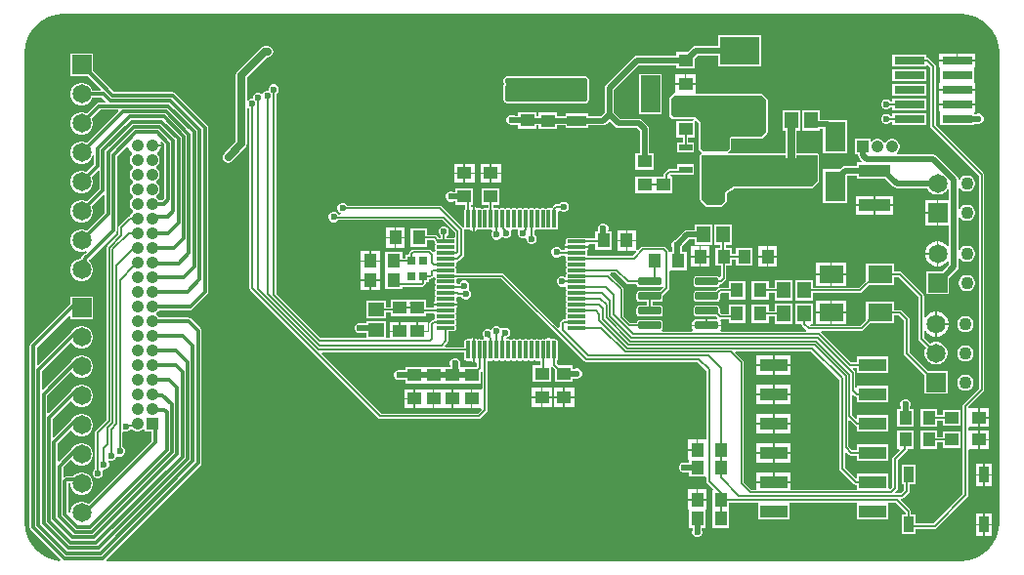
<source format=gtl>
G04*
G04 #@! TF.GenerationSoftware,Altium Limited,Altium Designer,23.3.1 (30)*
G04*
G04 Layer_Physical_Order=1*
G04 Layer_Color=255*
%FSLAX24Y24*%
%MOIN*%
G70*
G04*
G04 #@! TF.SameCoordinates,D40D81B0-760B-49B0-83D9-93248203E87C*
G04*
G04*
G04 #@! TF.FilePolarity,Positive*
G04*
G01*
G75*
%ADD16C,0.0060*%
%ADD17R,0.0449X0.0500*%
%ADD18R,0.0472X0.0579*%
%ADD19R,0.0276X0.0295*%
%ADD20R,0.0492X0.0433*%
%ADD21R,0.0500X0.0449*%
%ADD22R,0.0472X0.0236*%
%ADD23R,0.1106X0.0539*%
%ADD24R,0.1378X0.0925*%
%ADD25R,0.0579X0.0472*%
%ADD26R,0.0961X0.0445*%
%ADD27R,0.0835X0.0591*%
%ADD28R,0.1043X0.0291*%
%ADD29R,0.0650X0.0374*%
%ADD30R,0.0650X0.1260*%
%ADD31R,0.1060X0.0440*%
%ADD32R,0.0354X0.0551*%
%ADD33R,0.0689X0.1043*%
G04:AMPARAMS|DCode=34|XSize=77.6mil|YSize=23.6mil|CornerRadius=3mil|HoleSize=0mil|Usage=FLASHONLY|Rotation=0.000|XOffset=0mil|YOffset=0mil|HoleType=Round|Shape=RoundedRectangle|*
%AMROUNDEDRECTD34*
21,1,0.0776,0.0177,0,0,0.0*
21,1,0.0717,0.0236,0,0,0.0*
1,1,0.0059,0.0358,-0.0089*
1,1,0.0059,-0.0358,-0.0089*
1,1,0.0059,-0.0358,0.0089*
1,1,0.0059,0.0358,0.0089*
%
%ADD34ROUNDEDRECTD34*%
G04:AMPARAMS|DCode=35|XSize=61.4mil|YSize=11mil|CornerRadius=2.8mil|HoleSize=0mil|Usage=FLASHONLY|Rotation=0.000|XOffset=0mil|YOffset=0mil|HoleType=Round|Shape=RoundedRectangle|*
%AMROUNDEDRECTD35*
21,1,0.0614,0.0055,0,0,0.0*
21,1,0.0559,0.0110,0,0,0.0*
1,1,0.0055,0.0280,-0.0028*
1,1,0.0055,-0.0280,-0.0028*
1,1,0.0055,-0.0280,0.0028*
1,1,0.0055,0.0280,0.0028*
%
%ADD35ROUNDEDRECTD35*%
G04:AMPARAMS|DCode=36|XSize=61.4mil|YSize=11mil|CornerRadius=2.8mil|HoleSize=0mil|Usage=FLASHONLY|Rotation=270.000|XOffset=0mil|YOffset=0mil|HoleType=Round|Shape=RoundedRectangle|*
%AMROUNDEDRECTD36*
21,1,0.0614,0.0055,0,0,270.0*
21,1,0.0559,0.0110,0,0,270.0*
1,1,0.0055,-0.0028,-0.0280*
1,1,0.0055,-0.0028,0.0280*
1,1,0.0055,0.0028,0.0280*
1,1,0.0055,0.0028,-0.0280*
%
%ADD36ROUNDEDRECTD36*%
%ADD63C,0.0250*%
%ADD64C,0.0200*%
%ADD65C,0.0120*%
%ADD66R,0.0650X0.0650*%
%ADD67C,0.0650*%
%ADD68C,0.0433*%
%ADD69R,0.0413X0.0413*%
%ADD70C,0.0413*%
%ADD71R,0.0413X0.0413*%
%ADD72C,0.0236*%
G36*
X5079Y14527D02*
Y12700D01*
X5000Y12621D01*
X4887D01*
X4863Y12663D01*
X4813Y12713D01*
X4798Y12721D01*
Y12779D01*
X4813Y12787D01*
X4863Y12837D01*
X4898Y12897D01*
X4916Y12965D01*
Y13035D01*
X4898Y13103D01*
X4863Y13163D01*
X4813Y13213D01*
X4798Y13221D01*
Y13279D01*
X4813Y13287D01*
X4863Y13337D01*
X4898Y13397D01*
X4916Y13465D01*
Y13535D01*
X4898Y13603D01*
X4863Y13663D01*
X4813Y13713D01*
X4798Y13721D01*
Y13779D01*
X4813Y13787D01*
X4863Y13837D01*
X4898Y13897D01*
X4916Y13965D01*
Y14035D01*
X4898Y14103D01*
X4863Y14163D01*
X4832Y14193D01*
X4836Y14253D01*
X4838Y14255D01*
X4895Y14312D01*
X4936Y14382D01*
X4957Y14460D01*
Y14470D01*
X4650D01*
Y14530D01*
X4957D01*
Y14540D01*
X4943Y14592D01*
X4988Y14618D01*
X5079Y14527D01*
D02*
G37*
G36*
X32188Y18999D02*
X32278D01*
X32457Y18975D01*
X32631Y18928D01*
X32798Y18859D01*
X32955Y18769D01*
X33098Y18659D01*
X33226Y18531D01*
X33336Y18388D01*
X33426Y18231D01*
X33495Y18064D01*
X33542Y17890D01*
X33565Y17711D01*
Y17621D01*
X33565D01*
X33565Y1676D01*
Y1585D01*
X33542Y1406D01*
X33495Y1232D01*
X33426Y1065D01*
X33336Y909D01*
X33226Y765D01*
X33098Y638D01*
X32955Y528D01*
X32798Y437D01*
X32631Y368D01*
X32457Y321D01*
X32278Y298D01*
X32188Y298D01*
X3109D01*
X3089Y348D01*
X6310Y3569D01*
X6310Y3569D01*
X6336Y3609D01*
X6346Y3655D01*
Y8176D01*
X6346Y8176D01*
X6336Y8222D01*
X6310Y8262D01*
X6310Y8262D01*
X5986Y8586D01*
X5946Y8612D01*
X5900Y8621D01*
X5900Y8621D01*
X4887D01*
X4863Y8663D01*
X4813Y8713D01*
X4798Y8721D01*
Y8779D01*
X4813Y8787D01*
X4863Y8837D01*
X4887Y8879D01*
X5950D01*
X5950Y8879D01*
X5996Y8888D01*
X6036Y8914D01*
X6539Y9418D01*
X6539Y9418D01*
X6566Y9457D01*
X6575Y9503D01*
X6575Y9503D01*
Y15097D01*
X6575Y15097D01*
X6566Y15143D01*
X6539Y15182D01*
X6539Y15182D01*
X5436Y16286D01*
X5396Y16312D01*
X5350Y16321D01*
X5350Y16321D01*
X3350D01*
X2634Y17038D01*
Y17634D01*
X1866D01*
Y16866D01*
X2462D01*
X2911Y16418D01*
X2892Y16371D01*
X2615D01*
X2608Y16398D01*
X2557Y16486D01*
X2486Y16557D01*
X2398Y16608D01*
X2301Y16634D01*
X2199D01*
X2102Y16608D01*
X2014Y16557D01*
X1943Y16486D01*
X1892Y16398D01*
X1866Y16301D01*
Y16199D01*
X1892Y16102D01*
X1943Y16014D01*
X2014Y15943D01*
X2102Y15892D01*
X2199Y15866D01*
X2301D01*
X2398Y15892D01*
X2486Y15943D01*
X2557Y16014D01*
X2608Y16102D01*
X2615Y16129D01*
X2946D01*
X3066Y16009D01*
X3047Y15963D01*
X2842D01*
X2842Y15963D01*
X2795Y15954D01*
X2756Y15928D01*
X2756Y15928D01*
X2422Y15594D01*
X2398Y15608D01*
X2301Y15634D01*
X2199D01*
X2102Y15608D01*
X2014Y15557D01*
X1943Y15486D01*
X1892Y15398D01*
X1866Y15301D01*
Y15199D01*
X1892Y15102D01*
X1943Y15014D01*
X2014Y14943D01*
X2102Y14892D01*
X2199Y14866D01*
X2301D01*
X2398Y14892D01*
X2486Y14943D01*
X2557Y15014D01*
X2608Y15102D01*
X2634Y15199D01*
Y15301D01*
X2608Y15398D01*
X2594Y15422D01*
X2892Y15720D01*
X3484D01*
X3503Y15674D01*
X2422Y14594D01*
X2398Y14608D01*
X2301Y14634D01*
X2199D01*
X2102Y14608D01*
X2014Y14557D01*
X1943Y14486D01*
X1892Y14398D01*
X1866Y14301D01*
Y14199D01*
X1892Y14102D01*
X1943Y14014D01*
X2014Y13943D01*
X2102Y13892D01*
X2199Y13866D01*
X2301D01*
X2398Y13892D01*
X2486Y13943D01*
X2557Y14014D01*
X2608Y14102D01*
X2629Y14180D01*
X2679Y14173D01*
Y13850D01*
X2422Y13594D01*
X2398Y13608D01*
X2301Y13634D01*
X2199D01*
X2102Y13608D01*
X2014Y13557D01*
X1943Y13486D01*
X1892Y13398D01*
X1866Y13301D01*
Y13199D01*
X1892Y13102D01*
X1943Y13014D01*
X2014Y12943D01*
X2102Y12892D01*
X2199Y12866D01*
X2301D01*
X2398Y12892D01*
X2486Y12943D01*
X2557Y13014D01*
X2608Y13102D01*
X2634Y13199D01*
Y13301D01*
X2608Y13398D01*
X2594Y13422D01*
X2811Y13640D01*
X2858Y13621D01*
Y13029D01*
X2422Y12594D01*
X2398Y12608D01*
X2301Y12634D01*
X2199D01*
X2102Y12608D01*
X2014Y12557D01*
X1943Y12486D01*
X1892Y12398D01*
X1866Y12301D01*
Y12199D01*
X1892Y12102D01*
X1943Y12014D01*
X2014Y11943D01*
X2102Y11892D01*
X2199Y11866D01*
X2301D01*
X2398Y11892D01*
X2486Y11943D01*
X2557Y12014D01*
X2608Y12102D01*
X2634Y12199D01*
Y12301D01*
X2608Y12398D01*
X2594Y12422D01*
X2991Y12819D01*
X3037Y12800D01*
Y12208D01*
X2422Y11594D01*
X2398Y11608D01*
X2301Y11634D01*
X2199D01*
X2102Y11608D01*
X2014Y11557D01*
X1943Y11486D01*
X1892Y11398D01*
X1866Y11301D01*
Y11199D01*
X1892Y11102D01*
X1943Y11014D01*
X2014Y10943D01*
X2102Y10892D01*
X2199Y10866D01*
X2301D01*
X2398Y10892D01*
X2402Y10895D01*
X2433Y10855D01*
X2394Y10815D01*
X2361Y10809D01*
X2321Y10782D01*
X2265Y10727D01*
X2239Y10687D01*
X2230Y10641D01*
X2199Y10634D01*
X2102Y10608D01*
X2014Y10557D01*
X1943Y10486D01*
X1892Y10398D01*
X1866Y10301D01*
Y10199D01*
X1892Y10102D01*
X1943Y10014D01*
X2014Y9943D01*
X2102Y9892D01*
X2199Y9866D01*
X2301D01*
X2398Y9892D01*
X2486Y9943D01*
X2557Y10014D01*
X2608Y10102D01*
X2634Y10199D01*
Y10301D01*
X2608Y10398D01*
X2557Y10486D01*
X2506Y10537D01*
X2504Y10543D01*
X2511Y10595D01*
X2513Y10598D01*
X2532Y10611D01*
X3423Y11501D01*
X3423Y11501D01*
X3449Y11541D01*
X3459Y11587D01*
X3459Y11587D01*
Y14124D01*
X3797Y14463D01*
X3848Y14443D01*
X3864Y14382D01*
X3905Y14312D01*
X3962Y14255D01*
X3964Y14253D01*
X3968Y14193D01*
X3937Y14163D01*
X3902Y14103D01*
X3884Y14035D01*
Y13965D01*
X3902Y13897D01*
X3937Y13837D01*
X3987Y13787D01*
X4002Y13779D01*
Y13721D01*
X3987Y13713D01*
X3937Y13663D01*
X3902Y13603D01*
X3884Y13535D01*
Y13465D01*
X3902Y13397D01*
X3937Y13337D01*
X3987Y13287D01*
X4002Y13279D01*
Y13221D01*
X3987Y13213D01*
X3937Y13163D01*
X3902Y13103D01*
X3884Y13035D01*
Y12965D01*
X3902Y12897D01*
X3937Y12837D01*
X3987Y12787D01*
X4002Y12779D01*
Y12721D01*
X3987Y12713D01*
X3937Y12663D01*
X3902Y12603D01*
X3884Y12535D01*
Y12465D01*
X3902Y12397D01*
X3937Y12337D01*
X3987Y12287D01*
X4002Y12279D01*
Y12221D01*
X3987Y12213D01*
X3937Y12163D01*
X3902Y12103D01*
X3896Y12079D01*
X3888D01*
X3854Y12072D01*
X3824Y12053D01*
X3536Y11764D01*
X3516Y11735D01*
X3509Y11700D01*
Y11456D01*
X3129Y11075D01*
X3109Y11046D01*
X3102Y11011D01*
Y5129D01*
X2736Y4762D01*
X2716Y4733D01*
X2709Y4698D01*
Y3454D01*
X2700Y3450D01*
X2650Y3400D01*
X2623Y3335D01*
Y3265D01*
X2650Y3200D01*
X2700Y3150D01*
X2765Y3123D01*
X2835D01*
X2900Y3150D01*
X2950Y3200D01*
X2977Y3265D01*
Y3335D01*
X2960Y3377D01*
X2961Y3380D01*
X2993Y3423D01*
X3042D01*
X3108Y3450D01*
X3157Y3500D01*
X3184Y3565D01*
Y3635D01*
X3161Y3691D01*
X3181Y3720D01*
X3195Y3731D01*
X3215Y3723D01*
X3285D01*
X3350Y3750D01*
X3400Y3800D01*
X3425Y3860D01*
X3429Y3865D01*
X3477Y3888D01*
X3515Y3873D01*
X3585D01*
X3650Y3900D01*
X3700Y3950D01*
X3727Y4015D01*
Y4085D01*
X3700Y4150D01*
X3650Y4200D01*
X3641Y4204D01*
Y4702D01*
X3691Y4736D01*
X3722Y4723D01*
X3792D01*
X3858Y4750D01*
X3907Y4800D01*
X3965Y4809D01*
X3987Y4787D01*
X4047Y4752D01*
X4115Y4734D01*
X4185D01*
X4253Y4752D01*
X4313Y4787D01*
X4334Y4808D01*
X4384Y4788D01*
Y4734D01*
X4629D01*
Y4400D01*
X2486Y2257D01*
X2398Y2308D01*
X2301Y2334D01*
X2199D01*
X2102Y2308D01*
X2014Y2257D01*
X1943Y2186D01*
X1892Y2098D01*
X1866Y2001D01*
Y1980D01*
X1816Y1954D01*
X1796Y1970D01*
Y2967D01*
X1866D01*
Y2899D01*
X1892Y2802D01*
X1943Y2714D01*
X2014Y2643D01*
X2102Y2592D01*
X2199Y2566D01*
X2301D01*
X2398Y2592D01*
X2486Y2643D01*
X2557Y2714D01*
X2608Y2802D01*
X2634Y2899D01*
Y3001D01*
X2608Y3098D01*
X2557Y3186D01*
X2486Y3257D01*
X2398Y3308D01*
X2301Y3334D01*
X2199D01*
X2102Y3308D01*
X2014Y3257D01*
X1967Y3209D01*
X1745D01*
X1745Y3209D01*
X1698Y3200D01*
X1667Y3179D01*
X1633Y3189D01*
X1617Y3199D01*
Y3495D01*
X1875Y3753D01*
X1924Y3746D01*
X1943Y3714D01*
X2014Y3643D01*
X2102Y3592D01*
X2199Y3566D01*
X2301D01*
X2398Y3592D01*
X2486Y3643D01*
X2557Y3714D01*
X2608Y3802D01*
X2634Y3899D01*
Y4001D01*
X2608Y4098D01*
X2557Y4186D01*
X2486Y4257D01*
X2398Y4308D01*
X2301Y4334D01*
X2199D01*
X2102Y4308D01*
X2014Y4257D01*
X1943Y4186D01*
X1914Y4136D01*
X1484Y3705D01*
X1438Y3725D01*
Y4316D01*
X1875Y4753D01*
X1924Y4746D01*
X1943Y4714D01*
X2014Y4643D01*
X2102Y4592D01*
X2199Y4566D01*
X2301D01*
X2398Y4592D01*
X2486Y4643D01*
X2557Y4714D01*
X2608Y4802D01*
X2634Y4899D01*
Y5001D01*
X2608Y5098D01*
X2557Y5186D01*
X2486Y5257D01*
X2398Y5308D01*
X2301Y5334D01*
X2199D01*
X2102Y5308D01*
X2014Y5257D01*
X1943Y5186D01*
X1914Y5136D01*
X1305Y4526D01*
X1259Y4546D01*
Y5137D01*
X1875Y5753D01*
X1924Y5746D01*
X1943Y5714D01*
X2014Y5643D01*
X2102Y5592D01*
X2199Y5566D01*
X2301D01*
X2398Y5592D01*
X2486Y5643D01*
X2557Y5714D01*
X2608Y5802D01*
X2634Y5899D01*
Y6001D01*
X2608Y6098D01*
X2557Y6186D01*
X2486Y6257D01*
X2398Y6308D01*
X2301Y6334D01*
X2199D01*
X2102Y6308D01*
X2014Y6257D01*
X1943Y6186D01*
X1914Y6136D01*
X1126Y5347D01*
X1080Y5366D01*
Y5958D01*
X1875Y6753D01*
X1924Y6746D01*
X1943Y6714D01*
X2014Y6643D01*
X2102Y6592D01*
X2199Y6566D01*
X2301D01*
X2398Y6592D01*
X2486Y6643D01*
X2557Y6714D01*
X2608Y6802D01*
X2634Y6899D01*
Y7001D01*
X2608Y7098D01*
X2557Y7186D01*
X2486Y7257D01*
X2398Y7308D01*
X2301Y7334D01*
X2199D01*
X2102Y7308D01*
X2014Y7257D01*
X1943Y7186D01*
X1914Y7136D01*
X947Y6168D01*
X900Y6187D01*
Y6779D01*
X1875Y7753D01*
X1924Y7746D01*
X1943Y7714D01*
X2014Y7643D01*
X2102Y7592D01*
X2199Y7566D01*
X2301D01*
X2398Y7592D01*
X2486Y7643D01*
X2557Y7714D01*
X2608Y7802D01*
X2634Y7899D01*
Y8001D01*
X2608Y8098D01*
X2557Y8186D01*
X2486Y8257D01*
X2398Y8308D01*
X2301Y8334D01*
X2199D01*
X2102Y8308D01*
X2014Y8257D01*
X1943Y8186D01*
X1914Y8136D01*
X768Y6989D01*
X721Y7008D01*
Y7600D01*
X1820Y8698D01*
X1866Y8679D01*
Y8566D01*
X2634D01*
Y9334D01*
X1866D01*
Y9088D01*
X514Y7736D01*
X488Y7696D01*
X479Y7650D01*
X479Y7650D01*
Y1450D01*
X479Y1450D01*
X488Y1404D01*
X514Y1364D01*
X1522Y357D01*
X1498Y309D01*
X1406Y321D01*
X1232Y368D01*
X1065Y437D01*
X909Y528D01*
X765Y638D01*
X638Y765D01*
X528Y909D01*
X437Y1065D01*
X368Y1232D01*
X321Y1406D01*
X298Y1585D01*
Y1676D01*
Y17621D01*
X298Y17711D01*
X321Y17890D01*
X368Y18064D01*
X437Y18231D01*
X528Y18388D01*
X637Y18531D01*
X765Y18659D01*
X909Y18769D01*
X1065Y18859D01*
X1232Y18928D01*
X1406Y18975D01*
X1585Y18999D01*
X1676D01*
X1676Y18999D01*
X32188Y18999D01*
D02*
G37*
%LPC*%
G36*
X32739Y17646D02*
X32146D01*
Y17430D01*
X32739D01*
Y17646D01*
D02*
G37*
G36*
X32087D02*
X31495D01*
Y17430D01*
X32087D01*
Y17646D01*
D02*
G37*
G36*
X25448Y18254D02*
X23952D01*
Y17894D01*
X23208D01*
X23146Y17882D01*
X23093Y17847D01*
X22930Y17683D01*
X22541D01*
Y17562D01*
X21200D01*
X21138Y17549D01*
X21085Y17514D01*
X20135Y16565D01*
X20100Y16512D01*
X20088Y16450D01*
Y15617D01*
X19977Y15507D01*
X19524D01*
Y15591D01*
X18756D01*
Y15506D01*
X18459D01*
Y15627D01*
X17841D01*
Y15509D01*
X17759D01*
Y15633D01*
X17141D01*
Y15512D01*
X17031D01*
X17025Y15518D01*
X16960Y15545D01*
X16889D01*
X16824Y15518D01*
X16774Y15469D01*
X16747Y15403D01*
Y15333D01*
X16774Y15268D01*
X16824Y15218D01*
X16889Y15191D01*
X16934D01*
X16953Y15187D01*
X17141D01*
Y15066D01*
X17759D01*
Y15184D01*
X17841D01*
Y15060D01*
X18459D01*
Y15182D01*
X18756D01*
Y15098D01*
X19524D01*
Y15182D01*
X20044D01*
X20107Y15195D01*
X20159Y15230D01*
X20250Y15321D01*
X20435Y15135D01*
X20488Y15100D01*
X20550Y15088D01*
X21183D01*
X21288Y14983D01*
Y14233D01*
X21141D01*
Y13666D01*
X21759D01*
Y14233D01*
X21612D01*
Y15050D01*
X21600Y15112D01*
X21565Y15165D01*
X21365Y15365D01*
X21312Y15400D01*
X21250Y15412D01*
X20617D01*
X20412Y15617D01*
Y16383D01*
X21267Y17237D01*
X22541D01*
Y17116D01*
X23159D01*
Y17454D01*
X23275Y17570D01*
X23952D01*
Y17210D01*
X25448D01*
Y18254D01*
D02*
G37*
G36*
X31064Y17105D02*
X29902D01*
Y16695D01*
X31064D01*
Y17105D01*
D02*
G37*
G36*
X23200Y16925D02*
X22880D01*
Y16630D01*
X23200D01*
Y16925D01*
D02*
G37*
G36*
X22820D02*
X22500D01*
Y16630D01*
X22820D01*
Y16925D01*
D02*
G37*
G36*
X32739Y17370D02*
X32117D01*
X31495D01*
Y17154D01*
X31535D01*
X31536Y17105D01*
X31536Y17104D01*
Y16696D01*
X31536Y16695D01*
X31535Y16646D01*
X31495D01*
Y16430D01*
X32117D01*
X32739D01*
Y16646D01*
X32699D01*
X32698Y16695D01*
X32698Y16696D01*
Y17104D01*
X32698Y17105D01*
X32699Y17154D01*
X32739D01*
Y17370D01*
D02*
G37*
G36*
X23200Y16571D02*
X22850D01*
X22500D01*
Y16314D01*
X22455Y16264D01*
X22450D01*
X22405Y16245D01*
X22305Y16145D01*
X22286Y16100D01*
Y15550D01*
X22305Y15505D01*
X22405Y15405D01*
X22450Y15386D01*
X23134D01*
X23135Y15384D01*
X23115Y15346D01*
X23103Y15334D01*
X22541D01*
Y14767D01*
X22759D01*
Y14601D01*
X22555D01*
Y14247D01*
X23145D01*
Y14601D01*
X22941D01*
Y14767D01*
X23159D01*
Y15284D01*
X23159Y15330D01*
X23197Y15362D01*
X23286Y15274D01*
Y14400D01*
X23305Y14355D01*
X23397Y14263D01*
X23398Y14250D01*
X23390Y14210D01*
X23355Y14195D01*
X23336Y14150D01*
Y14050D01*
Y12650D01*
X23355Y12605D01*
X23555Y12405D01*
X23600Y12386D01*
X24050D01*
X24095Y12405D01*
X24245Y12555D01*
X24264Y12600D01*
Y12866D01*
X24519Y13036D01*
X27150D01*
X27195Y13055D01*
X27395Y13255D01*
X27414Y13300D01*
Y14150D01*
X27395Y14195D01*
X27350Y14214D01*
X26649D01*
Y15002D01*
X26757D01*
Y15698D01*
X26166D01*
Y15002D01*
X26274D01*
Y14214D01*
X24319D01*
X24306Y14247D01*
X24304Y14264D01*
X24395Y14355D01*
X24414Y14400D01*
Y14724D01*
X24426Y14736D01*
X25450D01*
X25495Y14755D01*
X25645Y14905D01*
X25664Y14950D01*
X25664Y16050D01*
X25645Y16095D01*
X25495Y16245D01*
X25450Y16264D01*
X23245Y16264D01*
X23200Y16276D01*
X23200Y16314D01*
Y16571D01*
D02*
G37*
G36*
X31064Y16605D02*
X29902D01*
Y16195D01*
X31064D01*
Y16605D01*
D02*
G37*
G36*
Y16105D02*
X29902D01*
Y15991D01*
X29854D01*
X29850Y16000D01*
X29800Y16050D01*
X29735Y16077D01*
X29665D01*
X29600Y16050D01*
X29550Y16000D01*
X29523Y15935D01*
Y15865D01*
X29550Y15800D01*
X29600Y15750D01*
X29665Y15723D01*
X29735D01*
X29800Y15750D01*
X29850Y15800D01*
X29854Y15809D01*
X29902D01*
Y15695D01*
X31064D01*
Y16105D01*
D02*
G37*
G36*
X16750Y16864D02*
X16705Y16845D01*
X16655Y16795D01*
X16636Y16750D01*
Y16675D01*
X16641Y16663D01*
Y16650D01*
X16653Y16622D01*
Y16577D01*
X16641Y16549D01*
Y16536D01*
X16636Y16524D01*
Y16050D01*
X16655Y16005D01*
X16705Y15955D01*
X16750Y15936D01*
X19450D01*
X19495Y15955D01*
X19545Y16005D01*
X19564Y16050D01*
Y16750D01*
X19545Y16795D01*
X19495Y16845D01*
X19450Y16864D01*
X16750Y16864D01*
D02*
G37*
G36*
X32739Y16370D02*
X32117D01*
X31495D01*
Y16196D01*
X31495Y16154D01*
X31495Y16104D01*
Y15930D01*
X32117D01*
X32739D01*
Y16104D01*
X32739Y16146D01*
X32739Y16196D01*
Y16370D01*
D02*
G37*
G36*
X22044Y16939D02*
X21276D01*
Y15561D01*
X22044D01*
Y16939D01*
D02*
G37*
G36*
X31064Y15605D02*
X29902D01*
Y15491D01*
X29854D01*
X29850Y15500D01*
X29800Y15550D01*
X29735Y15577D01*
X29665D01*
X29600Y15550D01*
X29550Y15500D01*
X29523Y15435D01*
Y15365D01*
X29550Y15300D01*
X29600Y15250D01*
X29665Y15223D01*
X29735D01*
X29800Y15250D01*
X29850Y15300D01*
X29854Y15309D01*
X29902D01*
Y15195D01*
X31064D01*
Y15605D01*
D02*
G37*
G36*
X32739Y15870D02*
X32117D01*
X31495D01*
Y15654D01*
X31535D01*
X31536Y15605D01*
X31536Y15604D01*
Y15195D01*
X32698D01*
Y15243D01*
X32785D01*
X32808Y15234D01*
X32879D01*
X32944Y15261D01*
X32994Y15310D01*
X33021Y15376D01*
Y15446D01*
X32994Y15511D01*
X32944Y15561D01*
X32879Y15588D01*
X32808D01*
X32759Y15568D01*
X32730D01*
X32729Y15569D01*
X32706Y15604D01*
X32726Y15654D01*
X32739D01*
Y15870D01*
D02*
G37*
G36*
X29935Y14716D02*
X29865D01*
X29797Y14698D01*
X29737Y14663D01*
X29687Y14613D01*
X29679Y14598D01*
X29621D01*
X29613Y14613D01*
X29563Y14663D01*
X29503Y14698D01*
X29435Y14716D01*
X29365D01*
X29297Y14698D01*
X29237Y14663D01*
X29216Y14642D01*
X29166Y14662D01*
Y14716D01*
X28634D01*
Y14184D01*
X28738D01*
Y14152D01*
X28750Y14090D01*
X28785Y14038D01*
X28858Y13965D01*
X28839Y13919D01*
X28711D01*
Y13802D01*
X28309D01*
X28247Y13790D01*
X28195Y13755D01*
X28124Y13684D01*
X27546D01*
Y12523D01*
X28354D01*
Y13455D01*
X28376Y13478D01*
X28711D01*
Y13361D01*
X29660D01*
X29935Y13085D01*
X29988Y13050D01*
X30050Y13038D01*
X31100D01*
X31143Y12964D01*
X31214Y12893D01*
X31302Y12842D01*
X31399Y12816D01*
X31501D01*
X31598Y12842D01*
X31686Y12893D01*
X31757Y12964D01*
X31788Y13017D01*
X31838Y13004D01*
Y12625D01*
X31480D01*
Y12200D01*
Y11775D01*
X31838D01*
Y11074D01*
X31801Y11064D01*
X31788Y11063D01*
X31711Y11140D01*
X31614Y11196D01*
X31506Y11225D01*
X31480D01*
Y10800D01*
Y10375D01*
X31506D01*
X31614Y10404D01*
X31711Y10460D01*
X31788Y10537D01*
X31801Y10536D01*
X31838Y10526D01*
Y10417D01*
X31605Y10184D01*
X31066D01*
Y9416D01*
X31834D01*
Y9955D01*
X32115Y10235D01*
X32150Y10288D01*
X32162Y10350D01*
Y10647D01*
X32212Y10661D01*
X32229Y10631D01*
X32281Y10579D01*
X32344Y10543D01*
X32414Y10524D01*
X32486D01*
X32556Y10543D01*
X32619Y10579D01*
X32671Y10631D01*
X32707Y10694D01*
X32726Y10764D01*
Y10836D01*
X32707Y10906D01*
X32671Y10969D01*
X32619Y11021D01*
X32556Y11057D01*
X32486Y11076D01*
X32414D01*
X32344Y11057D01*
X32281Y11021D01*
X32229Y10969D01*
X32212Y10939D01*
X32162Y10953D01*
Y12047D01*
X32212Y12061D01*
X32229Y12031D01*
X32281Y11979D01*
X32344Y11943D01*
X32414Y11924D01*
X32486D01*
X32556Y11943D01*
X32619Y11979D01*
X32671Y12031D01*
X32707Y12094D01*
X32726Y12164D01*
Y12236D01*
X32707Y12306D01*
X32671Y12369D01*
X32619Y12421D01*
X32556Y12457D01*
X32486Y12476D01*
X32414D01*
X32344Y12457D01*
X32281Y12421D01*
X32229Y12369D01*
X32212Y12339D01*
X32162Y12353D01*
Y13047D01*
X32212Y13061D01*
X32229Y13031D01*
X32281Y12979D01*
X32344Y12943D01*
X32414Y12924D01*
X32486D01*
X32556Y12943D01*
X32619Y12979D01*
X32671Y13031D01*
X32707Y13094D01*
X32726Y13164D01*
Y13236D01*
X32707Y13306D01*
X32671Y13369D01*
X32619Y13421D01*
X32556Y13457D01*
X32486Y13476D01*
X32414D01*
X32344Y13457D01*
X32281Y13421D01*
X32229Y13369D01*
X32211Y13337D01*
X32201Y13337D01*
X32159Y13348D01*
X32150Y13396D01*
X32115Y13449D01*
X31430Y14134D01*
X31377Y14169D01*
X31315Y14181D01*
X30066D01*
X30053Y14231D01*
X30063Y14237D01*
X30113Y14287D01*
X30148Y14347D01*
X30166Y14415D01*
Y14485D01*
X30148Y14553D01*
X30113Y14613D01*
X30063Y14663D01*
X30003Y14698D01*
X29935Y14716D01*
D02*
G37*
G36*
X27434Y15698D02*
X26843D01*
Y15002D01*
X27434D01*
Y15056D01*
X27546D01*
Y14216D01*
X28354D01*
Y15377D01*
X27721D01*
X27706Y15380D01*
X27434D01*
Y15698D01*
D02*
G37*
G36*
X16550Y13874D02*
X16230D01*
Y13579D01*
X16550D01*
Y13874D01*
D02*
G37*
G36*
X16170D02*
X15850D01*
Y13579D01*
X16170D01*
Y13874D01*
D02*
G37*
G36*
X15650Y13874D02*
X15330D01*
Y13579D01*
X15650D01*
Y13874D01*
D02*
G37*
G36*
X15270D02*
X14950D01*
Y13579D01*
X15270D01*
Y13874D01*
D02*
G37*
G36*
X23145Y13853D02*
X22555D01*
Y13691D01*
X22300D01*
X22265Y13684D01*
X22236Y13664D01*
X22136Y13564D01*
X22116Y13535D01*
X22109Y13500D01*
Y13434D01*
X21791D01*
Y13434D01*
X21759Y13434D01*
Y13434D01*
X21741Y13434D01*
X21141D01*
Y12867D01*
X21759D01*
Y12867D01*
X21791Y12867D01*
Y12867D01*
X21809Y12867D01*
X22409D01*
Y13434D01*
X22355D01*
X22332Y13484D01*
X22352Y13509D01*
X22555D01*
Y13499D01*
X23145D01*
Y13853D01*
D02*
G37*
G36*
X16550Y13520D02*
X16230D01*
Y13225D01*
X16550D01*
Y13520D01*
D02*
G37*
G36*
X16170D02*
X15850D01*
Y13225D01*
X16170D01*
Y13520D01*
D02*
G37*
G36*
X15650Y13520D02*
X15330D01*
Y13225D01*
X15650D01*
Y13520D01*
D02*
G37*
G36*
X15270D02*
X14950D01*
Y13225D01*
X15270D01*
Y13520D01*
D02*
G37*
G36*
X29930Y12780D02*
X29330D01*
Y12490D01*
X29930D01*
Y12780D01*
D02*
G37*
G36*
X29270D02*
X28670D01*
Y12490D01*
X29270D01*
Y12780D01*
D02*
G37*
G36*
X16509Y13034D02*
X15891D01*
Y12467D01*
X16120D01*
Y12378D01*
X16080Y12351D01*
X16070Y12348D01*
X16042Y12354D01*
X15987D01*
X15953Y12347D01*
X15924Y12328D01*
X15907D01*
X15879Y12347D01*
X15845Y12354D01*
X15790D01*
X15756Y12347D01*
X15746Y12349D01*
X15740Y12358D01*
X15698Y12386D01*
X15650Y12395D01*
Y11986D01*
Y11577D01*
X15698Y11587D01*
X15740Y11615D01*
X15746Y11623D01*
X15756Y11625D01*
X15790Y11618D01*
X15845D01*
X15879Y11625D01*
X15907Y11644D01*
X15924D01*
X15953Y11625D01*
X15987Y11618D01*
X16042D01*
X16076Y11625D01*
X16104Y11644D01*
X16121D01*
X16150Y11625D01*
X16183Y11618D01*
X16239D01*
X16249Y11621D01*
X16274Y11574D01*
X16250Y11550D01*
X16223Y11485D01*
Y11415D01*
X16250Y11350D01*
X16300Y11300D01*
X16365Y11273D01*
X16435D01*
X16500Y11300D01*
X16550Y11350D01*
X16557Y11365D01*
X16616Y11377D01*
X16637Y11355D01*
X16703Y11328D01*
X16773D01*
X16838Y11355D01*
X16888Y11405D01*
X16915Y11470D01*
Y11540D01*
X16892Y11595D01*
X16927Y11632D01*
X16927Y11632D01*
X16937Y11625D01*
X16971Y11618D01*
X17026D01*
X17060Y11625D01*
X17088Y11644D01*
X17105D01*
X17121Y11634D01*
X17135Y11620D01*
X17145Y11572D01*
X17129Y11534D01*
Y11464D01*
X17156Y11399D01*
X17206Y11349D01*
X17271Y11322D01*
X17342D01*
X17373Y11335D01*
X17423Y11301D01*
Y11265D01*
X17450Y11200D01*
X17500Y11150D01*
X17565Y11123D01*
X17635D01*
X17700Y11150D01*
X17750Y11200D01*
X17777Y11265D01*
Y11335D01*
X17750Y11400D01*
X17700Y11450D01*
X17685Y11456D01*
Y11591D01*
X17700Y11603D01*
X17735Y11623D01*
X17758Y11618D01*
X17813D01*
X17847Y11625D01*
X17876Y11644D01*
X17893D01*
X17921Y11625D01*
X17955Y11618D01*
X18010D01*
X18044Y11625D01*
X18073Y11644D01*
X18090D01*
X18118Y11625D01*
X18152Y11618D01*
X18207D01*
X18241Y11625D01*
X18270Y11644D01*
X18286D01*
X18315Y11625D01*
X18349Y11618D01*
X18404D01*
X18438Y11625D01*
X18466Y11644D01*
X18486Y11673D01*
X18492Y11707D01*
Y12238D01*
X18536Y12280D01*
X18572Y12278D01*
X18600Y12250D01*
X18665Y12223D01*
X18735D01*
X18800Y12250D01*
X18850Y12300D01*
X18877Y12365D01*
Y12435D01*
X18850Y12500D01*
X18800Y12550D01*
X18735Y12577D01*
X18665D01*
X18600Y12550D01*
X18550Y12500D01*
X18546Y12491D01*
X18444D01*
X18409Y12484D01*
X18380Y12464D01*
X18318Y12402D01*
X18298Y12373D01*
X18297Y12370D01*
X18242Y12346D01*
X18241Y12347D01*
X18207Y12354D01*
X18152D01*
X18118Y12347D01*
X18090Y12328D01*
X18073D01*
X18044Y12347D01*
X18010Y12354D01*
X17955D01*
X17921Y12347D01*
X17893Y12328D01*
X17876D01*
X17847Y12347D01*
X17813Y12354D01*
X17758D01*
X17724Y12347D01*
X17696Y12328D01*
X17679D01*
X17650Y12347D01*
X17617Y12354D01*
X17561D01*
X17528Y12347D01*
X17499Y12328D01*
X17482D01*
X17453Y12347D01*
X17420Y12354D01*
X17365D01*
X17331Y12347D01*
X17302Y12328D01*
X17285D01*
X17257Y12347D01*
X17223Y12354D01*
X17168D01*
X17134Y12347D01*
X17105Y12328D01*
X17088D01*
X17060Y12347D01*
X17026Y12354D01*
X16971D01*
X16937Y12347D01*
X16908Y12328D01*
X16892D01*
X16863Y12347D01*
X16829Y12354D01*
X16774D01*
X16740Y12347D01*
X16712Y12328D01*
X16695D01*
X16666Y12347D01*
X16632Y12354D01*
X16577D01*
X16543Y12347D01*
X16515Y12328D01*
X16498D01*
X16469Y12347D01*
X16435Y12354D01*
X16380D01*
X16352Y12348D01*
X16342Y12351D01*
X16302Y12378D01*
Y12467D01*
X16509D01*
Y13034D01*
D02*
G37*
G36*
X31420Y12625D02*
X31025D01*
Y12230D01*
X31420D01*
Y12625D01*
D02*
G37*
G36*
X29930Y12430D02*
X29330D01*
Y12140D01*
X29930D01*
Y12430D01*
D02*
G37*
G36*
X29270D02*
X28670D01*
Y12140D01*
X29270D01*
Y12430D01*
D02*
G37*
G36*
X31420Y12170D02*
X31025D01*
Y11775D01*
X31420D01*
Y12170D01*
D02*
G37*
G36*
X13275Y11700D02*
X12980D01*
Y11380D01*
X13275D01*
Y11700D01*
D02*
G37*
G36*
X12921D02*
X12626D01*
Y11380D01*
X12921D01*
Y11700D01*
D02*
G37*
G36*
X20079Y11838D02*
X20008D01*
X19943Y11811D01*
X19893Y11761D01*
X19866Y11696D01*
Y11626D01*
X19873Y11609D01*
X19841Y11559D01*
X19767D01*
Y11317D01*
X19477D01*
X19450Y11336D01*
X19416Y11342D01*
X18857D01*
X18823Y11336D01*
X18794Y11316D01*
X18775Y11288D01*
X18768Y11254D01*
Y11199D01*
X18775Y11165D01*
X18773Y11155D01*
X18765Y11149D01*
X18737Y11107D01*
X18727Y11059D01*
X19545D01*
X19540Y11086D01*
X19572Y11136D01*
X19767D01*
Y10941D01*
X20333D01*
Y11559D01*
X20236D01*
X20214Y11609D01*
X20221Y11626D01*
Y11696D01*
X20194Y11761D01*
X20144Y11811D01*
X20079Y11838D01*
D02*
G37*
G36*
X21174Y11600D02*
X20879D01*
Y11280D01*
X21174D01*
Y11600D01*
D02*
G37*
G36*
X20820D02*
X20525D01*
Y11280D01*
X20820D01*
Y11600D01*
D02*
G37*
G36*
X31064Y17605D02*
X29902D01*
Y17195D01*
X31064D01*
Y17242D01*
X31110Y17262D01*
X31209Y17162D01*
Y15150D01*
X31216Y15115D01*
X31236Y15086D01*
X32859Y13462D01*
Y6188D01*
X32336Y5664D01*
X32316Y5635D01*
X32309Y5600D01*
Y2588D01*
X31312Y1591D01*
X30707D01*
Y1885D01*
X30541D01*
Y2000D01*
X30534Y2035D01*
X30514Y2064D01*
X30184Y2394D01*
X30204Y2440D01*
X30231D01*
X30266Y2447D01*
X30295Y2467D01*
X30464Y2636D01*
X30484Y2665D01*
X30491Y2700D01*
Y2915D01*
X30707D01*
Y3585D01*
X30234D01*
Y2915D01*
X30309D01*
Y2738D01*
X30193Y2622D01*
X30015D01*
X29996Y2668D01*
X30064Y2736D01*
X30084Y2765D01*
X30091Y2800D01*
Y3762D01*
X30402Y4074D01*
X30422Y4103D01*
X30429Y4138D01*
Y4141D01*
X30634D01*
Y4759D01*
X30067D01*
Y4141D01*
X30147D01*
X30166Y4095D01*
X29936Y3864D01*
X29916Y3835D01*
X29909Y3800D01*
Y2838D01*
X29832Y2761D01*
X29782Y2781D01*
Y3282D01*
X28704D01*
Y3146D01*
X28654Y3125D01*
X28291Y3488D01*
Y4015D01*
X28337Y4035D01*
X28436Y3936D01*
X28465Y3916D01*
X28500Y3909D01*
X28704D01*
Y3719D01*
X29782D01*
Y4281D01*
X28704D01*
Y4091D01*
X28538D01*
X28410Y4219D01*
Y5096D01*
X28456Y5116D01*
X28636Y4936D01*
X28665Y4916D01*
X28700Y4909D01*
X28704D01*
Y4719D01*
X29782D01*
Y5282D01*
X28704D01*
Y5190D01*
X28657Y5171D01*
X28529Y5300D01*
Y5977D01*
X28575Y5996D01*
X28636Y5936D01*
X28665Y5916D01*
X28700Y5909D01*
X28704D01*
Y5719D01*
X29782D01*
Y6281D01*
X28704D01*
Y6244D01*
X28654Y6218D01*
X28648Y6221D01*
Y6724D01*
X28641Y6759D01*
X28621Y6789D01*
X28547Y6863D01*
X28566Y6909D01*
X28704D01*
Y6719D01*
X29782D01*
Y7282D01*
X28704D01*
Y7091D01*
X28488D01*
X27469Y8109D01*
X27472Y8130D01*
X27487Y8159D01*
X28850D01*
X28885Y8166D01*
X28914Y8186D01*
X29160Y8431D01*
X29169Y8446D01*
X29959D01*
Y8697D01*
X30124D01*
X30309Y8512D01*
Y7400D01*
X30316Y7365D01*
X30336Y7336D01*
X31016Y6655D01*
Y6016D01*
X31784D01*
Y6784D01*
X31145D01*
X30491Y7438D01*
Y8550D01*
X30484Y8585D01*
X30464Y8614D01*
X30226Y8852D01*
X30197Y8872D01*
X30162Y8879D01*
X29959D01*
Y9154D01*
X29006D01*
Y8543D01*
X29005Y8535D01*
Y8533D01*
X28812Y8341D01*
X27121D01*
X27114Y8352D01*
X27141Y8402D01*
X27184D01*
Y9098D01*
X26593D01*
Y8402D01*
X26810D01*
Y8399D01*
X26817Y8364D01*
X26837Y8335D01*
X26981Y8191D01*
X26978Y8170D01*
X26963Y8141D01*
X24066D01*
X24039Y8191D01*
X24053Y8211D01*
X24063Y8261D01*
Y8320D01*
X23082D01*
Y8261D01*
X23092Y8211D01*
X23106Y8191D01*
X23079Y8141D01*
X22055D01*
X22040Y8191D01*
X22050Y8198D01*
X22069Y8227D01*
X22076Y8261D01*
Y8439D01*
X22069Y8473D01*
X22050Y8502D01*
X22020Y8522D01*
X21986Y8529D01*
X21269D01*
X21235Y8522D01*
X21205Y8502D01*
X21186Y8473D01*
X21179Y8441D01*
X20961D01*
X20741Y8661D01*
Y9600D01*
X20734Y9635D01*
X20714Y9664D01*
X20277Y10101D01*
X20284Y10133D01*
X20296Y10151D01*
X20455D01*
X20821Y9786D01*
X20850Y9766D01*
X20885Y9759D01*
X21179D01*
X21186Y9727D01*
X21205Y9698D01*
X21235Y9678D01*
X21269Y9671D01*
X21986D01*
X22020Y9678D01*
X22042Y9692D01*
X22075Y9685D01*
X22095Y9675D01*
X22099Y9649D01*
X21978Y9529D01*
X21716D01*
X21716Y9529D01*
X21269D01*
X21235Y9522D01*
X21205Y9502D01*
X21186Y9473D01*
X21179Y9439D01*
Y9261D01*
X21186Y9227D01*
X21205Y9198D01*
X21235Y9178D01*
X21269Y9171D01*
X21537D01*
Y9029D01*
X21269D01*
X21235Y9022D01*
X21205Y9002D01*
X21186Y8973D01*
X21179Y8939D01*
Y8761D01*
X21186Y8727D01*
X21205Y8698D01*
X21235Y8678D01*
X21269Y8671D01*
X21986D01*
X22020Y8678D01*
X22050Y8698D01*
X22069Y8727D01*
X22076Y8761D01*
Y8939D01*
X22069Y8973D01*
X22050Y9002D01*
X22020Y9022D01*
X21986Y9029D01*
X21718D01*
Y9171D01*
X21986D01*
X22020Y9178D01*
X22050Y9198D01*
X22069Y9227D01*
X22076Y9261D01*
Y9371D01*
X22080Y9374D01*
X22264Y9558D01*
X22284Y9587D01*
X22291Y9622D01*
Y10202D01*
X22317Y10241D01*
X22341Y10241D01*
X22883D01*
Y10859D01*
X22719D01*
Y11040D01*
X22967Y11288D01*
X23166D01*
Y11102D01*
X23757D01*
Y11798D01*
X23166D01*
Y11612D01*
X22900D01*
X22838Y11600D01*
X22785Y11565D01*
X22486Y11265D01*
X22450Y11250D01*
X22400Y11200D01*
X22373Y11135D01*
Y11065D01*
X22395Y11012D01*
Y10859D01*
X22340D01*
X22322Y10859D01*
X22297Y10876D01*
X22280Y10891D01*
X22264Y10914D01*
X22164Y11014D01*
X22135Y11034D01*
X22100Y11041D01*
X21400D01*
X21365Y11034D01*
X21336Y11014D01*
X21224Y10902D01*
X21174Y10923D01*
X21174Y10941D01*
Y11220D01*
X20879D01*
Y10900D01*
X21131D01*
X21151Y10900D01*
X21172Y10850D01*
X21048Y10727D01*
X19528D01*
X19501Y10766D01*
X19498Y10777D01*
X19504Y10805D01*
Y10860D01*
X19497Y10894D01*
X19499Y10904D01*
X19508Y10910D01*
X19536Y10952D01*
X19545Y11000D01*
X18727D01*
X18732Y10973D01*
X18700Y10923D01*
X18611D01*
X18600Y10950D01*
X18550Y11000D01*
X18485Y11027D01*
X18415D01*
X18350Y11000D01*
X18300Y10950D01*
X18273Y10885D01*
Y10815D01*
X18300Y10750D01*
X18350Y10700D01*
X18415Y10673D01*
X18485D01*
X18550Y10700D01*
X18592Y10742D01*
X18745D01*
X18772Y10702D01*
X18774Y10692D01*
X18768Y10663D01*
Y10608D01*
X18775Y10574D01*
X18791Y10537D01*
X18775Y10500D01*
X18768Y10467D01*
Y10411D01*
X18775Y10378D01*
X18794Y10349D01*
Y10332D01*
X18775Y10303D01*
X18768Y10270D01*
Y10215D01*
X18775Y10181D01*
X18794Y10152D01*
Y10135D01*
X18775Y10107D01*
X18768Y10073D01*
Y10039D01*
X18768Y10038D01*
X18726Y10010D01*
X18720Y10009D01*
X18676Y10027D01*
X18606D01*
X18541Y10000D01*
X18491Y9950D01*
X18464Y9885D01*
Y9815D01*
X18491Y9750D01*
X18541Y9700D01*
X18606Y9673D01*
X18676D01*
X18720Y9691D01*
X18730Y9688D01*
X18768Y9662D01*
X18768Y9661D01*
Y9624D01*
X18775Y9590D01*
X18791Y9553D01*
X18775Y9516D01*
X18768Y9482D01*
Y9427D01*
X18775Y9393D01*
X18794Y9365D01*
Y9348D01*
X18775Y9319D01*
X18768Y9285D01*
Y9230D01*
X18775Y9197D01*
X18794Y9168D01*
Y9151D01*
X18775Y9122D01*
X18768Y9089D01*
Y9033D01*
X18775Y9000D01*
X18791Y8963D01*
X18775Y8926D01*
X18768Y8892D01*
Y8837D01*
X18775Y8803D01*
X18794Y8774D01*
Y8757D01*
X18775Y8729D01*
X18768Y8695D01*
Y8640D01*
X18774Y8611D01*
X18772Y8601D01*
X18745Y8561D01*
X18689D01*
X18654Y8554D01*
X18624Y8535D01*
X18586Y8497D01*
X18567Y8467D01*
X18560Y8432D01*
Y8284D01*
X18513Y8265D01*
X16669Y10109D01*
X16639Y10129D01*
X16605Y10136D01*
X15055D01*
X15028Y10176D01*
X15026Y10186D01*
X15032Y10215D01*
Y10270D01*
X15025Y10303D01*
X15006Y10332D01*
Y10349D01*
X15025Y10378D01*
X15032Y10411D01*
Y10467D01*
X15026Y10495D01*
X15028Y10505D01*
X15055Y10545D01*
X15071D01*
X15106Y10552D01*
X15135Y10572D01*
X15264Y10701D01*
X15284Y10730D01*
X15291Y10765D01*
Y11618D01*
X15323Y11638D01*
X15337Y11642D01*
X15362Y11625D01*
X15396Y11618D01*
X15451D01*
X15485Y11625D01*
X15495Y11623D01*
X15501Y11615D01*
X15543Y11587D01*
X15591Y11577D01*
Y11986D01*
Y12395D01*
X15564Y12390D01*
X15523Y12417D01*
X15527Y12467D01*
X15609D01*
Y13034D01*
X14991D01*
Y12912D01*
X14921D01*
X14885Y12927D01*
X14815D01*
X14750Y12900D01*
X14700Y12850D01*
X14673Y12785D01*
Y12715D01*
X14700Y12650D01*
X14750Y12600D01*
X14815Y12573D01*
X14885D01*
X14922Y12588D01*
X14991D01*
Y12467D01*
X15333D01*
Y12327D01*
X15314Y12300D01*
X15308Y12266D01*
Y11707D01*
X15272Y11687D01*
X15261Y11686D01*
X14533Y12414D01*
X14503Y12434D01*
X14468Y12441D01*
X11304D01*
X11300Y12450D01*
X11250Y12500D01*
X11185Y12527D01*
X11115D01*
X11050Y12500D01*
X11000Y12450D01*
X10973Y12385D01*
Y12315D01*
X11000Y12250D01*
X11050Y12200D01*
X11089Y12184D01*
X11079Y12134D01*
X11007D01*
X11000Y12150D01*
X10950Y12200D01*
X10885Y12227D01*
X10815D01*
X10750Y12200D01*
X10700Y12150D01*
X10673Y12085D01*
Y12015D01*
X10700Y11950D01*
X10750Y11900D01*
X10815Y11873D01*
X10885D01*
X10950Y11900D01*
X11000Y11950D01*
X11001Y11952D01*
X14570D01*
X14990Y11531D01*
Y11382D01*
X14943Y11342D01*
X14691D01*
Y11396D01*
X14700Y11400D01*
X14750Y11450D01*
X14777Y11515D01*
Y11585D01*
X14750Y11650D01*
X14700Y11700D01*
X14635Y11727D01*
X14565D01*
X14500Y11700D01*
X14450Y11650D01*
X14423Y11585D01*
Y11515D01*
X14450Y11450D01*
X14500Y11400D01*
X14509Y11396D01*
Y11342D01*
X14424D01*
X14352Y11414D01*
X14323Y11434D01*
X14288Y11441D01*
X14033D01*
Y11659D01*
X13466D01*
Y11041D01*
X14033D01*
Y11259D01*
X14251D01*
X14296Y11214D01*
Y11199D01*
X14303Y11165D01*
X14322Y11136D01*
Y11120D01*
X14303Y11091D01*
X14296Y11057D01*
Y11002D01*
X14303Y10968D01*
X14322Y10940D01*
Y10923D01*
X14303Y10894D01*
X14296Y10860D01*
Y10853D01*
X14246Y10832D01*
X14164Y10914D01*
X14135Y10934D01*
X14100Y10941D01*
X13550D01*
X13515Y10934D01*
X13486Y10914D01*
X13439Y10867D01*
X13419Y10838D01*
X13412Y10803D01*
Y10772D01*
X13306D01*
Y10641D01*
X13183D01*
Y10859D01*
X12616D01*
Y10241D01*
X12616D01*
Y10209D01*
X12616D01*
Y9591D01*
X13183D01*
Y9659D01*
X13850D01*
X13885Y9666D01*
X13914Y9686D01*
X13961Y9733D01*
X13981Y9762D01*
X13988Y9797D01*
Y9828D01*
X14094D01*
Y9943D01*
X14145D01*
X14180Y9950D01*
X14210Y9970D01*
X14248Y10008D01*
X14300Y9997D01*
X14303Y9984D01*
X14322Y9955D01*
Y9938D01*
X14303Y9910D01*
X14296Y9876D01*
Y9821D01*
X14303Y9787D01*
X14322Y9758D01*
Y9742D01*
X14303Y9713D01*
X14296Y9679D01*
Y9624D01*
X14303Y9590D01*
X14322Y9562D01*
Y9545D01*
X14303Y9516D01*
X14296Y9482D01*
Y9427D01*
X14303Y9393D01*
X14322Y9365D01*
Y9348D01*
X14303Y9319D01*
X14296Y9285D01*
Y9230D01*
X14303Y9197D01*
X14301Y9186D01*
X14292Y9181D01*
X14264Y9138D01*
X14255Y9091D01*
X14664D01*
X15073D01*
X15063Y9138D01*
X15035Y9181D01*
X15027Y9186D01*
X15025Y9197D01*
X15032Y9230D01*
Y9285D01*
X15028Y9306D01*
X15064Y9337D01*
X15068Y9339D01*
X15081Y9330D01*
X15116Y9323D01*
X15202D01*
X15206Y9314D01*
X15256Y9264D01*
X15321Y9237D01*
X15391D01*
X15457Y9264D01*
X15506Y9314D01*
X15533Y9379D01*
Y9449D01*
X15506Y9514D01*
X15457Y9564D01*
X15450Y9600D01*
X15454Y9604D01*
X15481Y9669D01*
Y9740D01*
X15454Y9805D01*
X15405Y9855D01*
X15339Y9882D01*
X15269D01*
X15204Y9855D01*
X15154Y9805D01*
X15138Y9767D01*
X15067D01*
X15031Y9817D01*
X15032Y9821D01*
Y9876D01*
X15026Y9904D01*
X15028Y9915D01*
X15055Y9954D01*
X16567D01*
X19386Y7136D01*
X19415Y7116D01*
X19450Y7109D01*
X23262D01*
X23559Y6812D01*
Y4450D01*
X23280D01*
Y4100D01*
X23250D01*
Y4070D01*
X22926D01*
Y3750D01*
X22967D01*
Y3662D01*
X22871D01*
X22835Y3677D01*
X22765D01*
X22700Y3650D01*
X22650Y3600D01*
X22623Y3535D01*
Y3465D01*
X22650Y3400D01*
X22700Y3350D01*
X22765Y3323D01*
X22835D01*
X22871Y3338D01*
X22967D01*
Y3191D01*
X23534D01*
X23559Y3151D01*
Y3025D01*
X23566Y2990D01*
X23586Y2961D01*
X23792Y2755D01*
X23772Y2709D01*
X23766D01*
Y2091D01*
X23766D01*
X23766Y2059D01*
X23766D01*
X23766Y2041D01*
Y1441D01*
X24333D01*
Y2059D01*
X24333D01*
X24333Y2091D01*
X24333D01*
X24333Y2109D01*
Y2309D01*
X25279D01*
X25318Y2281D01*
X25318Y2259D01*
Y1718D01*
X26396D01*
Y2259D01*
X26396Y2281D01*
X26435Y2309D01*
X28665D01*
X28704Y2281D01*
X28704Y2259D01*
Y1718D01*
X29782D01*
Y2259D01*
X29782Y2281D01*
X29821Y2309D01*
X30012D01*
X30359Y1962D01*
Y1885D01*
X30234D01*
Y1215D01*
X30707D01*
Y1409D01*
X31350D01*
X31385Y1416D01*
X31414Y1436D01*
X32464Y2486D01*
X32484Y2515D01*
X32491Y2550D01*
Y4094D01*
X32517Y4133D01*
X32541Y4133D01*
X32833D01*
Y4450D01*
Y4767D01*
X32541D01*
X32517Y4767D01*
X32491Y4806D01*
Y4844D01*
X32517Y4883D01*
X32541Y4883D01*
X32833D01*
Y5200D01*
Y5517D01*
X32541D01*
X32517Y5517D01*
X32491Y5556D01*
Y5562D01*
X33014Y6086D01*
X33034Y6115D01*
X33041Y6150D01*
Y13500D01*
X33034Y13535D01*
X33014Y13564D01*
X31391Y15188D01*
Y17200D01*
X31384Y17235D01*
X31364Y17264D01*
X31164Y17464D01*
X31135Y17484D01*
X31100Y17491D01*
X31064D01*
Y17605D01*
D02*
G37*
G36*
X13275Y11320D02*
X12980D01*
Y11000D01*
X13275D01*
Y11320D01*
D02*
G37*
G36*
X12921D02*
X12626D01*
Y11000D01*
X12921D01*
Y11320D01*
D02*
G37*
G36*
X20820Y11220D02*
X20525D01*
Y10900D01*
X20820D01*
Y11220D01*
D02*
G37*
G36*
X31420Y11225D02*
X31394D01*
X31286Y11196D01*
X31189Y11140D01*
X31110Y11061D01*
X31054Y10964D01*
X31025Y10856D01*
Y10830D01*
X31420D01*
Y11225D01*
D02*
G37*
G36*
X25974Y11050D02*
X25679D01*
Y10730D01*
X25974D01*
Y11050D01*
D02*
G37*
G36*
X23675D02*
X23380D01*
Y10730D01*
X23675D01*
Y11050D01*
D02*
G37*
G36*
X23321D02*
X23026D01*
Y10730D01*
X23321D01*
Y11050D01*
D02*
G37*
G36*
X25620D02*
X25325D01*
Y10730D01*
X25620D01*
Y11050D01*
D02*
G37*
G36*
X12425Y10900D02*
X12130D01*
Y10580D01*
X12425D01*
Y10900D01*
D02*
G37*
G36*
X12071D02*
X11776D01*
Y10580D01*
X12071D01*
Y10900D01*
D02*
G37*
G36*
X24434Y11798D02*
X23843D01*
Y11102D01*
X24048D01*
Y11009D01*
X23866D01*
Y10391D01*
X24059D01*
Y10038D01*
X24040Y10022D01*
X23995Y10002D01*
X23965Y10022D01*
X23931Y10029D01*
X23214D01*
X23180Y10022D01*
X23150Y10002D01*
X23131Y9973D01*
X23124Y9939D01*
Y9761D01*
X23131Y9727D01*
X23150Y9698D01*
X23180Y9678D01*
X23214Y9671D01*
X23931D01*
X23965Y9678D01*
X23995Y9698D01*
X24014Y9727D01*
X24021Y9759D01*
X24050D01*
X24085Y9766D01*
X24114Y9786D01*
X24214Y9885D01*
X24233Y9915D01*
X24240Y9950D01*
Y10391D01*
X24433D01*
Y10609D01*
X24567D01*
Y10391D01*
X25134D01*
Y11009D01*
X24567D01*
Y10791D01*
X24433D01*
Y11009D01*
X24229D01*
Y11102D01*
X24434D01*
Y11798D01*
D02*
G37*
G36*
X31420Y10770D02*
X31025D01*
Y10744D01*
X31054Y10636D01*
X31110Y10539D01*
X31189Y10460D01*
X31286Y10404D01*
X31394Y10375D01*
X31420D01*
Y10770D01*
D02*
G37*
G36*
X25974Y10670D02*
X25679D01*
Y10350D01*
X25974D01*
Y10670D01*
D02*
G37*
G36*
X25620D02*
X25325D01*
Y10350D01*
X25620D01*
Y10670D01*
D02*
G37*
G36*
X23675D02*
X23380D01*
Y10350D01*
X23675D01*
Y10670D01*
D02*
G37*
G36*
X23321D02*
X23026D01*
Y10350D01*
X23321D01*
Y10670D01*
D02*
G37*
G36*
X28335Y10495D02*
X27847D01*
Y10130D01*
X28335D01*
Y10495D01*
D02*
G37*
G36*
X27788D02*
X27300D01*
Y10130D01*
X27788D01*
Y10495D01*
D02*
G37*
G36*
X12425Y10520D02*
X11776D01*
Y10200D01*
Y9930D01*
X12425D01*
Y10200D01*
Y10520D01*
D02*
G37*
G36*
X28335Y10070D02*
X27847D01*
Y9705D01*
X28335D01*
Y10070D01*
D02*
G37*
G36*
X27788D02*
X27300D01*
Y9705D01*
X27788D01*
Y10070D01*
D02*
G37*
G36*
X26507Y9898D02*
X25916D01*
Y9641D01*
X25683D01*
Y9859D01*
X25116D01*
Y9241D01*
X25683D01*
Y9459D01*
X25916D01*
Y9202D01*
X26507D01*
Y9898D01*
D02*
G37*
G36*
X12425Y9870D02*
X12130D01*
Y9550D01*
X12425D01*
Y9870D01*
D02*
G37*
G36*
X12071D02*
X11776D01*
Y9550D01*
X12071D01*
Y9870D01*
D02*
G37*
G36*
X32486Y10076D02*
X32414D01*
X32344Y10057D01*
X32281Y10021D01*
X32229Y9969D01*
X32193Y9906D01*
X32174Y9836D01*
Y9764D01*
X32193Y9694D01*
X32229Y9631D01*
X32281Y9579D01*
X32344Y9543D01*
X32414Y9524D01*
X32486D01*
X32556Y9543D01*
X32619Y9579D01*
X32671Y9631D01*
X32707Y9694D01*
X32726Y9764D01*
Y9836D01*
X32707Y9906D01*
X32671Y9969D01*
X32619Y10021D01*
X32556Y10057D01*
X32486Y10076D01*
D02*
G37*
G36*
X24884Y9859D02*
X24317D01*
Y9641D01*
X24042D01*
X24007Y9634D01*
X23978Y9614D01*
X23893Y9529D01*
X23214D01*
X23180Y9522D01*
X23150Y9502D01*
X23131Y9473D01*
X23124Y9439D01*
Y9261D01*
X23131Y9227D01*
X23150Y9198D01*
X23180Y9178D01*
X23214Y9171D01*
X23931D01*
X23965Y9178D01*
X23995Y9198D01*
X24014Y9227D01*
X24021Y9261D01*
Y9400D01*
X24080Y9459D01*
X24317D01*
Y9241D01*
X24884D01*
Y9859D01*
D02*
G37*
G36*
X26507Y9098D02*
X25916D01*
Y8841D01*
X25683D01*
Y9059D01*
X25116D01*
Y8441D01*
X25683D01*
Y8659D01*
X25916D01*
Y8402D01*
X26507D01*
Y9098D01*
D02*
G37*
G36*
X28335Y9195D02*
X27847D01*
Y8830D01*
X28335D01*
Y9195D01*
D02*
G37*
G36*
X27788D02*
X27300D01*
Y8830D01*
X27788D01*
Y9195D01*
D02*
G37*
G36*
X24884Y9059D02*
X24317D01*
Y8741D01*
X24080D01*
X24021Y8800D01*
Y8939D01*
X24014Y8973D01*
X23995Y9002D01*
X23965Y9022D01*
X23931Y9029D01*
X23214D01*
X23180Y9022D01*
X23150Y9002D01*
X23131Y8973D01*
X23124Y8939D01*
Y8761D01*
X23131Y8727D01*
X23150Y8698D01*
X23180Y8678D01*
X23214Y8671D01*
X23893D01*
X23945Y8619D01*
X23937Y8591D01*
X23922Y8571D01*
X23602D01*
Y8380D01*
X24063D01*
Y8439D01*
X24053Y8489D01*
X24038Y8511D01*
X24066Y8559D01*
X24317D01*
Y8441D01*
X24884D01*
Y9059D01*
D02*
G37*
G36*
X31456Y8825D02*
X31430D01*
Y8430D01*
X31825D01*
Y8456D01*
X31796Y8564D01*
X31740Y8661D01*
X31661Y8740D01*
X31564Y8796D01*
X31456Y8825D01*
D02*
G37*
G36*
X28335Y8770D02*
X27847D01*
Y8405D01*
X28335D01*
Y8770D01*
D02*
G37*
G36*
X27788D02*
X27300D01*
Y8405D01*
X27788D01*
Y8770D01*
D02*
G37*
G36*
X23543Y8571D02*
X23214D01*
X23164Y8561D01*
X23121Y8532D01*
X23092Y8489D01*
X23082Y8439D01*
Y8380D01*
X23543D01*
Y8571D01*
D02*
G37*
G36*
X14050Y8475D02*
X13730D01*
Y8180D01*
X14050D01*
Y8475D01*
D02*
G37*
G36*
X13070D02*
X12750D01*
Y8180D01*
X13070D01*
Y8475D01*
D02*
G37*
G36*
X32436Y8676D02*
X32364D01*
X32294Y8657D01*
X32231Y8621D01*
X32179Y8569D01*
X32143Y8506D01*
X32124Y8436D01*
Y8364D01*
X32143Y8294D01*
X32179Y8231D01*
X32231Y8179D01*
X32294Y8143D01*
X32364Y8124D01*
X32436D01*
X32506Y8143D01*
X32569Y8179D01*
X32621Y8231D01*
X32657Y8294D01*
X32676Y8364D01*
Y8436D01*
X32657Y8506D01*
X32621Y8569D01*
X32569Y8621D01*
X32506Y8657D01*
X32436Y8676D01*
D02*
G37*
G36*
X31825Y8370D02*
X31430D01*
Y7975D01*
X31456D01*
X31564Y8004D01*
X31661Y8060D01*
X31740Y8139D01*
X31796Y8236D01*
X31825Y8344D01*
Y8370D01*
D02*
G37*
G36*
X29959Y10454D02*
X29006D01*
Y9874D01*
X28773Y9641D01*
X27184D01*
Y9898D01*
X26593D01*
Y9202D01*
X27184D01*
Y9459D01*
X28811D01*
X28845Y9466D01*
X28875Y9486D01*
X29135Y9746D01*
X29959D01*
Y10009D01*
X30112D01*
X30803Y9319D01*
Y7906D01*
X30810Y7872D01*
X30829Y7842D01*
X31072Y7600D01*
X31042Y7548D01*
X31016Y7451D01*
Y7349D01*
X31042Y7252D01*
X31093Y7164D01*
X31164Y7093D01*
X31252Y7042D01*
X31349Y7016D01*
X31451D01*
X31548Y7042D01*
X31636Y7093D01*
X31707Y7164D01*
X31758Y7252D01*
X31784Y7349D01*
Y7451D01*
X31758Y7548D01*
X31707Y7636D01*
X31636Y7707D01*
X31548Y7758D01*
X31451Y7784D01*
X31349D01*
X31252Y7758D01*
X31200Y7728D01*
X30984Y7944D01*
Y8170D01*
X31034Y8184D01*
X31060Y8139D01*
X31139Y8060D01*
X31236Y8004D01*
X31344Y7975D01*
X31370D01*
Y8400D01*
Y8825D01*
X31344D01*
X31236Y8796D01*
X31139Y8740D01*
X31060Y8661D01*
X31034Y8616D01*
X30984Y8630D01*
Y9356D01*
X30977Y9391D01*
X30958Y9421D01*
X30214Y10164D01*
X30185Y10184D01*
X30150Y10191D01*
X29959D01*
Y10454D01*
D02*
G37*
G36*
X32436Y7676D02*
X32364D01*
X32294Y7657D01*
X32231Y7621D01*
X32179Y7569D01*
X32143Y7506D01*
X32124Y7436D01*
Y7364D01*
X32143Y7294D01*
X32179Y7231D01*
X32231Y7179D01*
X32294Y7143D01*
X32364Y7124D01*
X32436D01*
X32506Y7143D01*
X32569Y7179D01*
X32621Y7231D01*
X32657Y7294D01*
X32676Y7364D01*
Y7436D01*
X32657Y7506D01*
X32621Y7569D01*
X32569Y7621D01*
X32506Y7657D01*
X32436Y7676D01*
D02*
G37*
G36*
X8600Y17888D02*
X8500D01*
X8428Y17873D01*
X8367Y17833D01*
X7567Y17033D01*
X7527Y16972D01*
X7512Y16900D01*
Y14628D01*
X7117Y14233D01*
X7077Y14172D01*
X7062Y14100D01*
X7077Y14028D01*
X7117Y13967D01*
X7178Y13927D01*
X7250Y13912D01*
X7322Y13927D01*
X7383Y13967D01*
X7833Y14417D01*
X7873Y14478D01*
X7888Y14550D01*
Y15778D01*
X7938Y15798D01*
X7968Y15768D01*
X7978Y15764D01*
Y9626D01*
X7985Y9592D01*
X8004Y9562D01*
X12381Y5186D01*
X12410Y5166D01*
X12445Y5159D01*
X15800D01*
X15835Y5166D01*
X15864Y5186D01*
X16078Y5400D01*
X16098Y5429D01*
X16105Y5464D01*
Y7122D01*
X16145Y7149D01*
X16155Y7152D01*
X16183Y7146D01*
X16239D01*
X16272Y7153D01*
X16301Y7172D01*
X16318D01*
X16347Y7153D01*
X16380Y7146D01*
X16435D01*
X16469Y7153D01*
X16498Y7172D01*
X16515D01*
X16543Y7153D01*
X16577Y7146D01*
X16632D01*
X16666Y7153D01*
X16695Y7172D01*
X16712D01*
X16740Y7153D01*
X16774Y7146D01*
X16829D01*
X16863Y7153D01*
X16892Y7172D01*
X16908D01*
X16937Y7153D01*
X16971Y7146D01*
X17026D01*
X17060Y7153D01*
X17088Y7172D01*
X17105D01*
X17134Y7153D01*
X17168Y7146D01*
X17223D01*
X17257Y7153D01*
X17285Y7172D01*
X17302D01*
X17331Y7153D01*
X17365Y7146D01*
X17420D01*
X17453Y7153D01*
X17482Y7172D01*
X17499D01*
X17528Y7153D01*
X17561Y7146D01*
X17617D01*
X17650Y7153D01*
X17679Y7172D01*
X17696D01*
X17724Y7153D01*
X17758Y7146D01*
X17813D01*
X17842Y7152D01*
X17852Y7149D01*
X17892Y7122D01*
Y6983D01*
X17641D01*
Y6416D01*
X18259D01*
Y6923D01*
X18309Y6938D01*
X18312Y6933D01*
X18391Y6855D01*
Y6416D01*
X19009D01*
Y6543D01*
X19085D01*
X19108Y6534D01*
X19179D01*
X19244Y6561D01*
X19294Y6610D01*
X19321Y6676D01*
Y6746D01*
X19294Y6811D01*
X19244Y6861D01*
X19179Y6888D01*
X19108D01*
X19058Y6867D01*
X19009D01*
Y6983D01*
X18519D01*
X18467Y7035D01*
Y7173D01*
X18486Y7200D01*
X18492Y7234D01*
Y7793D01*
X18486Y7827D01*
X18466Y7856D01*
X18438Y7875D01*
X18404Y7882D01*
X18349D01*
X18315Y7875D01*
X18305Y7877D01*
X18299Y7885D01*
X18257Y7913D01*
X18209Y7923D01*
Y7514D01*
X18150D01*
Y7923D01*
X18102Y7913D01*
X18060Y7885D01*
X18054Y7877D01*
X18044Y7875D01*
X18010Y7882D01*
X17955D01*
X17921Y7875D01*
X17893Y7856D01*
X17876D01*
X17847Y7875D01*
X17813Y7882D01*
X17758D01*
X17724Y7875D01*
X17696Y7856D01*
X17679D01*
X17650Y7875D01*
X17617Y7882D01*
X17561D01*
X17528Y7875D01*
X17499Y7856D01*
X17482D01*
X17453Y7875D01*
X17420Y7882D01*
X17365D01*
X17331Y7875D01*
X17302Y7856D01*
X17285D01*
X17257Y7875D01*
X17223Y7882D01*
X17168D01*
X17134Y7875D01*
X17105Y7856D01*
X17088D01*
X17060Y7875D01*
X17026Y7882D01*
X16971D01*
X16937Y7875D01*
X16908Y7856D01*
X16892D01*
X16863Y7875D01*
X16829Y7882D01*
X16774D01*
X16759Y7879D01*
X16745Y7927D01*
X16800Y7950D01*
X16850Y8000D01*
X16877Y8065D01*
Y8135D01*
X16850Y8200D01*
X16800Y8250D01*
X16735Y8277D01*
X16665D01*
X16604Y8252D01*
X16597Y8251D01*
X16540Y8261D01*
X16500Y8300D01*
X16435Y8327D01*
X16365D01*
X16300Y8300D01*
X16250Y8250D01*
X16241Y8230D01*
X16200Y8200D01*
X16135Y8227D01*
X16065D01*
X16000Y8200D01*
X15950Y8150D01*
X15923Y8085D01*
Y8015D01*
X15950Y7950D01*
X15970Y7929D01*
X15954Y7875D01*
X15953Y7875D01*
X15924Y7856D01*
X15907D01*
X15879Y7875D01*
X15845Y7882D01*
X15790D01*
X15756Y7875D01*
X15746Y7877D01*
X15740Y7885D01*
X15698Y7913D01*
X15650Y7923D01*
Y7514D01*
Y7105D01*
X15678Y7110D01*
X15728Y7079D01*
Y6933D01*
X15241D01*
Y6933D01*
X15209D01*
X15167Y6951D01*
X15153Y6983D01*
X15171Y7026D01*
Y7096D01*
X15144Y7161D01*
X15094Y7211D01*
X15029Y7238D01*
X14958D01*
X14893Y7211D01*
X14843Y7161D01*
X14816Y7096D01*
Y7026D01*
X14824Y7006D01*
Y6933D01*
X14591D01*
Y6933D01*
X14559D01*
Y6933D01*
X13941D01*
Y6933D01*
X13909D01*
Y6933D01*
X13291D01*
Y6817D01*
X13178D01*
X13129Y6838D01*
X13058D01*
X12993Y6811D01*
X12943Y6761D01*
X12916Y6696D01*
Y6626D01*
X12943Y6560D01*
X12993Y6511D01*
X13058Y6484D01*
X13129D01*
X13151Y6493D01*
X13291D01*
Y6366D01*
X13909D01*
Y6366D01*
X13941D01*
Y6366D01*
X14559D01*
Y6366D01*
X14591D01*
Y6366D01*
X15209D01*
Y6366D01*
X15241D01*
Y6366D01*
X15859D01*
Y6772D01*
X15873Y6783D01*
X15923Y6759D01*
Y6215D01*
X15900Y6175D01*
X15873Y6175D01*
X15580D01*
Y5850D01*
Y5526D01*
X15877D01*
X15898Y5476D01*
X15762Y5341D01*
X12483D01*
X10447Y7377D01*
X10466Y7423D01*
X15308D01*
Y7234D01*
X15314Y7200D01*
X15334Y7172D01*
X15362Y7153D01*
X15396Y7146D01*
X15451D01*
X15485Y7153D01*
X15495Y7151D01*
X15501Y7142D01*
X15543Y7114D01*
X15591Y7105D01*
Y7514D01*
Y7923D01*
X15543Y7913D01*
X15501Y7885D01*
X15495Y7877D01*
X15485Y7875D01*
X15451Y7882D01*
X15396D01*
X15362Y7875D01*
X15334Y7856D01*
X15314Y7827D01*
X15308Y7793D01*
Y7605D01*
X14654D01*
X14633Y7655D01*
X14728Y7750D01*
X14748Y7779D01*
X14755Y7814D01*
Y8158D01*
X14943D01*
X14977Y8164D01*
X15006Y8184D01*
X15025Y8212D01*
X15032Y8246D01*
Y8301D01*
X15025Y8335D01*
X15006Y8364D01*
Y8380D01*
X15025Y8409D01*
X15032Y8443D01*
Y8498D01*
X15025Y8532D01*
X15006Y8560D01*
Y8577D01*
X15025Y8606D01*
X15032Y8640D01*
Y8695D01*
X15025Y8729D01*
X15006Y8757D01*
Y8774D01*
X15025Y8803D01*
X15032Y8837D01*
Y8892D01*
X15025Y8926D01*
X15027Y8936D01*
X15035Y8942D01*
X15063Y8984D01*
X15073Y9032D01*
X14664D01*
X14255D01*
X14260Y9005D01*
X14228Y8955D01*
X14009D01*
Y9233D01*
X13489D01*
X13480Y9235D01*
X13471Y9233D01*
X12791D01*
Y8979D01*
X12648D01*
Y9184D01*
X11952D01*
Y8593D01*
X12648D01*
Y8798D01*
X12791D01*
Y8666D01*
X14009D01*
Y8773D01*
X14272D01*
X14299Y8734D01*
X14302Y8723D01*
X14296Y8695D01*
Y8640D01*
X14303Y8606D01*
X14308Y8597D01*
X14283Y8547D01*
X14257D01*
X14222Y8541D01*
X14192Y8521D01*
X14136Y8464D01*
X14116Y8435D01*
X14109Y8400D01*
Y7975D01*
X14100Y7966D01*
X14050Y7987D01*
Y8121D01*
X13700D01*
Y8150D01*
X13670D01*
Y8475D01*
X13130D01*
Y8150D01*
X13100D01*
Y8121D01*
X12750D01*
Y7928D01*
X12648D01*
Y8507D01*
X11952D01*
Y8416D01*
X11832D01*
X11779Y8438D01*
X11708D01*
X11643Y8411D01*
X11593Y8361D01*
X11566Y8296D01*
Y8226D01*
X11593Y8160D01*
X11643Y8111D01*
X11708Y8084D01*
X11779D01*
X11798Y8092D01*
X11952D01*
Y7928D01*
X10401D01*
X8898Y9430D01*
Y16256D01*
X8900Y16257D01*
X8950Y16307D01*
X8977Y16372D01*
Y16443D01*
X8950Y16508D01*
X8900Y16558D01*
X8835Y16585D01*
X8765D01*
X8700Y16558D01*
X8650Y16508D01*
X8623Y16443D01*
Y16372D01*
X8623Y16372D01*
X8560D01*
X8495Y16345D01*
X8445Y16295D01*
X8438Y16278D01*
X8389Y16268D01*
X8377Y16279D01*
X8312Y16306D01*
X8242D01*
X8177Y16279D01*
X8127Y16230D01*
X8100Y16164D01*
Y16095D01*
X8033D01*
X7968Y16068D01*
X7938Y16038D01*
X7888Y16059D01*
Y16822D01*
X8578Y17512D01*
X8600D01*
X8672Y17527D01*
X8733Y17567D01*
X8773Y17628D01*
X8788Y17700D01*
X8773Y17772D01*
X8733Y17833D01*
X8672Y17873D01*
X8600Y17888D01*
D02*
G37*
G36*
X32436Y6676D02*
X32364D01*
X32294Y6657D01*
X32231Y6621D01*
X32179Y6569D01*
X32143Y6506D01*
X32124Y6436D01*
Y6364D01*
X32143Y6294D01*
X32179Y6231D01*
X32231Y6179D01*
X32294Y6143D01*
X32364Y6124D01*
X32436D01*
X32506Y6143D01*
X32569Y6179D01*
X32621Y6231D01*
X32657Y6294D01*
X32676Y6364D01*
Y6436D01*
X32657Y6506D01*
X32621Y6569D01*
X32569Y6621D01*
X32506Y6657D01*
X32436Y6676D01*
D02*
G37*
G36*
X19050Y6225D02*
X18730D01*
Y5930D01*
X19050D01*
Y6225D01*
D02*
G37*
G36*
X18300D02*
X17980D01*
Y5930D01*
X18300D01*
Y6225D01*
D02*
G37*
G36*
X18670D02*
X18350D01*
Y5930D01*
X18670D01*
Y6225D01*
D02*
G37*
G36*
X17920D02*
X17600D01*
Y5930D01*
X17920D01*
Y6225D01*
D02*
G37*
G36*
X13570Y6175D02*
X13250D01*
Y5880D01*
X13570D01*
Y6175D01*
D02*
G37*
G36*
X19050Y5871D02*
X18730D01*
Y5576D01*
X19050D01*
Y5871D01*
D02*
G37*
G36*
X18670D02*
X18350D01*
Y5576D01*
X18670D01*
Y5871D01*
D02*
G37*
G36*
X18300D02*
X17980D01*
Y5576D01*
X18300D01*
Y5871D01*
D02*
G37*
G36*
X17920D02*
X17600D01*
Y5576D01*
X17920D01*
Y5871D01*
D02*
G37*
G36*
X13570Y5821D02*
X13250D01*
Y5526D01*
X13570D01*
Y5821D01*
D02*
G37*
G36*
X14220Y6175D02*
X13630D01*
Y5850D01*
Y5526D01*
X14220D01*
Y5850D01*
Y6175D01*
D02*
G37*
G36*
X14870D02*
X14280D01*
Y5850D01*
Y5526D01*
X14870D01*
Y5850D01*
Y6175D01*
D02*
G37*
G36*
X15520D02*
X14930D01*
Y5850D01*
Y5526D01*
X15520D01*
Y5850D01*
Y6175D01*
D02*
G37*
G36*
X32892Y5517D02*
Y5230D01*
X33209D01*
Y5517D01*
X32892D01*
D02*
G37*
G36*
X31433Y5509D02*
X30866D01*
Y4891D01*
X31433D01*
Y5109D01*
X31632D01*
Y4924D01*
X32243D01*
Y5476D01*
X31632D01*
Y5291D01*
X31433D01*
Y5509D01*
D02*
G37*
G36*
X30385Y5827D02*
X30315D01*
X30250Y5800D01*
X30200Y5750D01*
X30173Y5685D01*
Y5615D01*
X30188Y5578D01*
Y5509D01*
X30067D01*
Y4891D01*
X30634D01*
Y5509D01*
X30512D01*
Y5579D01*
X30527Y5615D01*
Y5685D01*
X30500Y5750D01*
X30450Y5800D01*
X30385Y5827D01*
D02*
G37*
G36*
X33209Y5170D02*
X32892D01*
Y4883D01*
X33209D01*
Y5170D01*
D02*
G37*
G36*
X32892Y4767D02*
Y4480D01*
X33209D01*
Y4767D01*
X32892D01*
D02*
G37*
G36*
X31433Y4759D02*
X30866D01*
Y4141D01*
X31433D01*
Y4359D01*
X31632D01*
Y4174D01*
X32243D01*
Y4726D01*
X31632D01*
Y4541D01*
X31433D01*
Y4759D01*
D02*
G37*
G36*
X33209Y4420D02*
X32892D01*
Y4133D01*
X33209D01*
Y4420D01*
D02*
G37*
G36*
X23221Y4450D02*
X22926D01*
Y4130D01*
X23221D01*
Y4450D01*
D02*
G37*
G36*
X33307Y3626D02*
X33059D01*
Y3280D01*
X33307D01*
Y3626D01*
D02*
G37*
G36*
X33000D02*
X32752D01*
Y3280D01*
X33000D01*
Y3626D01*
D02*
G37*
G36*
X33307Y3220D02*
X33059D01*
Y2874D01*
X33307D01*
Y3220D01*
D02*
G37*
G36*
X33000D02*
X32752D01*
Y2874D01*
X33000D01*
Y3220D01*
D02*
G37*
G36*
X23575Y2750D02*
X23280D01*
Y2430D01*
X23575D01*
Y2750D01*
D02*
G37*
G36*
X23221D02*
X22926D01*
Y2430D01*
X23221D01*
Y2750D01*
D02*
G37*
G36*
X33307Y1926D02*
X33059D01*
Y1580D01*
X33307D01*
Y1926D01*
D02*
G37*
G36*
X33000D02*
X32752D01*
Y1580D01*
X33000D01*
Y1926D01*
D02*
G37*
G36*
X33307Y1520D02*
X33059D01*
Y1174D01*
X33307D01*
Y1520D01*
D02*
G37*
G36*
X33000D02*
X32752D01*
Y1174D01*
X33000D01*
Y1520D01*
D02*
G37*
G36*
X23575Y2370D02*
X22926D01*
Y2050D01*
X22967D01*
Y1441D01*
X23088D01*
Y1372D01*
X23073Y1335D01*
Y1265D01*
X23100Y1200D01*
X23150Y1150D01*
X23215Y1123D01*
X23285D01*
X23350Y1150D01*
X23400Y1200D01*
X23427Y1265D01*
Y1335D01*
X23412Y1371D01*
Y1441D01*
X23534D01*
Y2050D01*
X23575D01*
Y2370D01*
D02*
G37*
%LPD*%
G36*
X25450Y16200D02*
X25600Y16050D01*
X25600Y14950D01*
X25450Y14800D01*
X24400D01*
X24350Y14750D01*
Y14400D01*
X24255Y14305D01*
X23445D01*
X23350Y14400D01*
Y15300D01*
X23200Y15450D01*
X22450D01*
X22350Y15550D01*
Y16100D01*
X22450Y16200D01*
X25450Y16200D01*
D02*
G37*
G36*
X27350Y13300D02*
X27150Y13100D01*
X24500D01*
X24200Y12900D01*
Y12600D01*
X24150Y12550D01*
X24050Y12450D01*
X23600D01*
X23400Y12650D01*
Y14050D01*
Y14150D01*
X26274D01*
Y13866D01*
X26262Y13809D01*
X26277Y13737D01*
X26317Y13676D01*
X26378Y13636D01*
X26450Y13621D01*
X26522Y13636D01*
X26583Y13676D01*
X26594Y13688D01*
X26635Y13749D01*
X26649Y13820D01*
Y14150D01*
X27350D01*
Y13300D01*
D02*
G37*
G36*
X19450Y16800D02*
X19500Y16750D01*
Y16050D01*
X19450Y16000D01*
X16750D01*
X16700Y16050D01*
Y16524D01*
X16717Y16564D01*
Y16635D01*
X16700Y16675D01*
Y16750D01*
X16750Y16800D01*
X19450Y16800D01*
D02*
G37*
%LPC*%
G36*
X19140Y16412D02*
X19002D01*
X18940Y16400D01*
X18888Y16365D01*
X18853Y16312D01*
X18840Y16250D01*
X18853Y16188D01*
X18888Y16135D01*
X18940Y16100D01*
X19002Y16088D01*
X19140D01*
X19202Y16100D01*
X19255Y16135D01*
X19290Y16188D01*
X19302Y16250D01*
X19290Y16312D01*
X19255Y16365D01*
X19202Y16400D01*
X19140Y16412D01*
D02*
G37*
%LPD*%
G36*
X28109Y6512D02*
Y3450D01*
X28116Y3415D01*
X28136Y3386D01*
X28586Y2936D01*
X28615Y2916D01*
X28650Y2909D01*
X28704D01*
Y2741D01*
X26437D01*
Y2970D01*
X25277D01*
Y2741D01*
X25088D01*
X24841Y2988D01*
Y7100D01*
X24834Y7135D01*
X24814Y7164D01*
X24546Y7432D01*
X24565Y7478D01*
X27143D01*
X28109Y6512D01*
D02*
G37*
%LPC*%
G36*
X26437Y7322D02*
X25887D01*
Y7030D01*
X26437D01*
Y7322D01*
D02*
G37*
G36*
X25828D02*
X25277D01*
Y7030D01*
X25828D01*
Y7322D01*
D02*
G37*
G36*
X26437Y6970D02*
X25887D01*
Y6678D01*
X26437D01*
Y6970D01*
D02*
G37*
G36*
X25828D02*
X25277D01*
Y6678D01*
X25828D01*
Y6970D01*
D02*
G37*
G36*
X26437Y6322D02*
X25887D01*
Y6030D01*
X26437D01*
Y6322D01*
D02*
G37*
G36*
X25828D02*
X25277D01*
Y6030D01*
X25828D01*
Y6322D01*
D02*
G37*
G36*
X26437Y5970D02*
X25887D01*
Y5678D01*
X26437D01*
Y5970D01*
D02*
G37*
G36*
X25828D02*
X25277D01*
Y5678D01*
X25828D01*
Y5970D01*
D02*
G37*
G36*
X26437Y5322D02*
X25887D01*
Y5030D01*
X26437D01*
Y5322D01*
D02*
G37*
G36*
X25828D02*
X25277D01*
Y5030D01*
X25828D01*
Y5322D01*
D02*
G37*
G36*
X26437Y4970D02*
X25887D01*
Y4678D01*
X26437D01*
Y4970D01*
D02*
G37*
G36*
X25828D02*
X25277D01*
Y4678D01*
X25828D01*
Y4970D01*
D02*
G37*
G36*
X26437Y4322D02*
X25887D01*
Y4030D01*
X26437D01*
Y4322D01*
D02*
G37*
G36*
X25828D02*
X25277D01*
Y4030D01*
X25828D01*
Y4322D01*
D02*
G37*
G36*
X26437Y3970D02*
X25887D01*
Y3678D01*
X26437D01*
Y3970D01*
D02*
G37*
G36*
X25828D02*
X25277D01*
Y3678D01*
X25828D01*
Y3970D01*
D02*
G37*
G36*
X26437Y3322D02*
X25887D01*
Y3030D01*
X26437D01*
Y3322D01*
D02*
G37*
G36*
X25828D02*
X25277D01*
Y3030D01*
X25828D01*
Y3322D01*
D02*
G37*
%LPD*%
D16*
X8595Y16195D02*
X8600Y16190D01*
X8800Y16408D02*
X8807Y16400D01*
X8600Y9432D02*
Y16190D01*
X8807Y9393D02*
Y16400D01*
X14412Y11226D02*
X14625D01*
X14664D01*
X14600Y11251D02*
X14625Y11226D01*
X14600Y11251D02*
Y11550D01*
X18376Y6998D02*
X18674Y6700D01*
X18700D01*
X18376Y6998D02*
Y7514D01*
X15576Y6650D02*
X15819Y6893D01*
Y7512D01*
X15817Y7514D02*
X15819Y7512D01*
X15550Y6650D02*
X15576D01*
X16014Y5464D02*
Y7514D01*
X15800Y5250D02*
X16014Y5464D01*
X17950Y6700D02*
X17983Y6732D01*
Y7514D01*
X10857Y12043D02*
X14607D01*
X10850Y12050D02*
X10857Y12043D01*
X14468Y12350D02*
X15200Y11618D01*
X11150Y12350D02*
X14468D01*
X14607Y12043D02*
X15081Y11569D01*
Y10879D02*
Y11569D01*
X15071Y10636D02*
X15200Y10765D01*
X14664Y10636D02*
X15071D01*
X15200Y10765D02*
Y11618D01*
X15035Y10833D02*
X15081Y10879D01*
X14664Y10833D02*
X15035D01*
X14200Y10500D02*
X14261Y10439D01*
X14664D01*
X13503Y10566D02*
Y10803D01*
X14200Y10500D02*
Y10750D01*
X13503Y10803D02*
X13550Y10850D01*
X14100D01*
X14200Y10750D01*
X13750Y11350D02*
X14288D01*
X14412Y11226D01*
X18467Y10833D02*
X19136D01*
X18450Y10850D02*
X18467Y10833D01*
X18444Y12400D02*
X18700D01*
X18376Y11986D02*
X18382Y11992D01*
Y12338D02*
X18444Y12400D01*
X18382Y11992D02*
Y12338D01*
X29700Y15900D02*
X30483D01*
X29700Y15400D02*
X30483D01*
X21450Y13150D02*
X22100D01*
X22100Y13150D01*
X22200Y13500D02*
X22300Y13600D01*
X22200Y13250D02*
Y13500D01*
X22100Y13150D02*
X22200Y13250D01*
X22300Y13600D02*
X22774D01*
X22850Y13676D01*
Y14424D02*
Y15050D01*
X13100Y8950D02*
X13700D01*
X12300Y8889D02*
X13039D01*
X13100Y8950D01*
X13480Y9144D02*
X13674Y8950D01*
X13785Y8864D02*
X14664D01*
X13700Y8950D02*
X13785Y8864D01*
X21628Y9850D02*
X21713D01*
X21801Y9938D01*
Y10550D01*
X21628Y8850D02*
Y9350D01*
X29483Y10100D02*
X30150D01*
X30894Y9356D01*
Y7906D02*
X31400Y7400D01*
X30894Y7906D02*
Y9356D01*
X30400Y7400D02*
Y8550D01*
X30162Y8788D02*
X30400Y8550D01*
X29495Y8788D02*
X30162D01*
X29483Y8800D02*
X29495Y8788D01*
X30400Y7400D02*
X31400Y6400D01*
X24050Y4100D02*
X24050Y4100D01*
X24050Y3500D02*
Y4100D01*
X23650Y3025D02*
X24050Y2626D01*
X23300Y7200D02*
X23650Y6850D01*
Y3025D02*
Y6850D01*
X24050Y3150D02*
X24669Y2531D01*
X30231D01*
X24050Y3150D02*
Y3500D01*
X25050Y2650D02*
X29850D01*
X24750Y2950D02*
X25050Y2650D01*
X24750Y2950D02*
Y7100D01*
X24050Y2400D02*
X30050D01*
X24050Y2600D02*
X24200Y2450D01*
X29850Y2650D02*
X30000Y2800D01*
X30050Y2400D02*
X30450Y2000D01*
X30231Y2531D02*
X30400Y2700D01*
X24050Y2400D02*
Y2600D01*
Y1950D02*
Y2400D01*
X30400Y3180D02*
X30470Y3250D01*
X30400Y2700D02*
Y3180D01*
X30000Y2800D02*
Y3800D01*
X30450Y1570D02*
Y2000D01*
Y1570D02*
X30470Y1550D01*
X30520Y1500D02*
X31350D01*
X30470Y1550D02*
X30520Y1500D01*
X31350D02*
X32400Y2550D01*
X24050Y2600D02*
X24050Y2600D01*
X19450Y7200D02*
X23300D01*
X19519Y7331D02*
X23619D01*
X24050Y6900D01*
X18650Y8200D02*
Y8432D01*
X18689Y8470D01*
X18650Y8200D02*
X19519Y7331D01*
X18689Y8470D02*
X19136D01*
X16605Y10045D02*
X19450Y7200D01*
X24050Y4100D02*
Y6900D01*
Y2600D02*
Y2626D01*
X14664Y10045D02*
X16605D01*
X27181Y7569D02*
X28200Y6550D01*
X27355Y7926D02*
X28557Y6724D01*
X19976Y8274D02*
X20800Y7450D01*
X20031Y8569D02*
X20912Y7688D01*
X20269Y8668D02*
X21011Y7926D01*
X27257Y7688D02*
X28319Y6626D01*
X19912Y8520D02*
X20863Y7569D01*
X21011Y7926D02*
X27355D01*
X20800Y7450D02*
X24400D01*
X24750Y7100D01*
X27306Y7807D02*
X28438Y6675D01*
X20863Y7569D02*
X27181D01*
X20912Y7688D02*
X27257D01*
X20961Y7807D02*
X27306D01*
X20150Y8618D02*
X20961Y7807D01*
X19136Y8274D02*
X19976D01*
X20650Y8623D02*
X20923Y8350D01*
X20650Y8623D02*
Y9600D01*
X20269Y8668D02*
Y9181D01*
X20388Y8717D02*
Y9412D01*
X20031Y8569D02*
Y8919D01*
X20388Y8717D02*
X21055Y8050D01*
X19912Y8520D02*
Y8738D01*
X21055Y8050D02*
X27400D01*
X20150Y8618D02*
Y9050D01*
X20923Y8350D02*
X21628D01*
X30000Y3800D02*
X30338Y4138D01*
Y4438D02*
X30350Y4450D01*
X30338Y4138D02*
Y4438D01*
X26901Y8399D02*
Y8737D01*
X26889Y8750D02*
X26901Y8737D01*
X27050Y8250D02*
X28850D01*
X26901Y8399D02*
X27050Y8250D01*
X29095Y8535D02*
X29361Y8800D01*
X29095Y8495D02*
Y8535D01*
X28850Y8250D02*
X29095Y8495D01*
X29361Y8800D02*
X29483D01*
X24150Y9950D02*
Y10700D01*
X23572Y9850D02*
X24050D01*
X24150Y9950D01*
Y10700D02*
X24850D01*
X24139Y10711D02*
X24150Y10700D01*
X24139Y10711D02*
Y11450D01*
X20026Y11226D02*
X20050Y11250D01*
X19136Y11226D02*
X20026D01*
X31300Y15150D02*
Y17200D01*
X31100Y17400D02*
X31300Y17200D01*
X30483Y17400D02*
X31100D01*
X31300Y15150D02*
X32950Y13500D01*
Y6150D02*
Y13500D01*
X32400Y5600D02*
X32950Y6150D01*
X32400Y2550D02*
Y5600D01*
X31150Y5200D02*
X31937D01*
X31150Y4450D02*
X31937D01*
X18641Y9850D02*
X18642Y9849D01*
X19135D02*
X19136Y9848D01*
X18642Y9849D02*
X19135D01*
X17307Y11499D02*
Y11540D01*
X17392Y11625D02*
Y11986D01*
X17307Y11540D02*
X17392Y11625D01*
X17594Y11306D02*
X17600Y11300D01*
X17589Y11986D02*
X17594Y11981D01*
Y11306D02*
Y11981D01*
X16738Y11505D02*
Y11553D01*
X16605Y11986D02*
X16630Y11961D01*
Y11661D02*
Y11961D01*
Y11661D02*
X16738Y11553D01*
X16404Y11454D02*
Y11982D01*
X16400Y11450D02*
X16404Y11454D01*
Y11982D02*
X16408Y11986D01*
X16200Y12750D02*
X16211Y12739D01*
Y11986D02*
Y12739D01*
X15424Y11986D02*
Y12627D01*
X15300Y12750D02*
X15424Y12627D01*
X12900Y10550D02*
X13487D01*
X13503Y10566D01*
X12900Y9900D02*
X13050Y9750D01*
X13850D01*
X13897Y9797D01*
Y10034D01*
X14184Y10184D02*
X14242Y10242D01*
X13897Y10034D02*
X14145D01*
X14184Y10072D02*
Y10184D01*
X14145Y10034D02*
X14184Y10072D01*
X14242Y10242D02*
X14664D01*
X28557Y6143D02*
X28700Y6000D01*
X28200Y3450D02*
X28650Y3000D01*
X28319Y4181D02*
X28500Y4000D01*
X28319Y4181D02*
Y6626D01*
X28557Y6143D02*
Y6724D01*
X28438Y5262D02*
X28700Y5000D01*
X28438Y5262D02*
Y6675D01*
X28200Y3450D02*
Y6550D01*
X28700Y6000D02*
X29243D01*
X28500Y4000D02*
X29243D01*
X28650Y3000D02*
X29243D01*
X28450Y7000D02*
X29243D01*
X27400Y8050D02*
X28450Y7000D01*
X19136Y8864D02*
X19786D01*
X19912Y8738D01*
X19136Y9061D02*
X19889D01*
X20031Y8919D01*
X19995Y9455D02*
X20269Y9181D01*
X20148Y9652D02*
X20388Y9412D01*
X19942Y9258D02*
X20150Y9050D01*
X19136Y9652D02*
X20148D01*
X19136Y9258D02*
X19942D01*
X28700Y5000D02*
X29243D01*
X19136Y9455D02*
X19995D01*
X28811Y9550D02*
X29361Y10100D01*
X29483D01*
X26889Y9550D02*
X28811D01*
X25400Y8750D02*
X26211D01*
X25400Y9550D02*
X26211D01*
X24042Y8650D02*
X24500D01*
X23842Y8850D02*
X24042Y8650D01*
X24500D02*
X24600Y8750D01*
X23572Y8850D02*
X23842D01*
Y9350D02*
X24042Y9550D01*
X24600D01*
X23572Y9350D02*
X23842D01*
X22100Y10950D02*
X22200Y10850D01*
Y9622D02*
Y10850D01*
X21400Y10950D02*
X22100D01*
X19136Y10636D02*
X21086D01*
X21400Y10950D01*
X22016Y9438D02*
X22200Y9622D01*
X21716Y9438D02*
X22016D01*
X21628Y9350D02*
X21716Y9438D01*
X19136Y10045D02*
X20205D01*
X20650Y9600D01*
X20493Y10242D02*
X20885Y9850D01*
X21628D01*
X19136Y10242D02*
X20493D01*
X16100Y8002D02*
X16186Y7916D01*
X16100Y8002D02*
Y8050D01*
X16404Y7518D02*
Y8146D01*
X16400Y8150D02*
X16404Y8146D01*
Y7518D02*
X16408Y7514D01*
X3007Y3600D02*
Y4164D01*
X3131Y4288D01*
X2800Y3300D02*
Y4698D01*
X3193Y5091D01*
X3250Y3900D02*
Y4811D01*
X3131Y4861D02*
X3312Y5042D01*
X3131Y4288D02*
Y4861D01*
X3250Y4811D02*
X3431Y4992D01*
X3550Y4050D02*
Y9900D01*
X3312Y5042D02*
Y10962D01*
X3193Y11011D02*
X3600Y11418D01*
X4038Y10388D02*
Y10488D01*
X3431Y4992D02*
Y10381D01*
X3312Y10962D02*
X3850Y11500D01*
X3550Y9900D02*
X4038Y10388D01*
X3193Y5091D02*
Y11011D01*
X3431Y10381D02*
X4038Y10988D01*
X14689Y9677D02*
X15276D01*
X14664Y9652D02*
X14689Y9677D01*
X15276D02*
X15304Y9705D01*
X14664Y9455D02*
X15075D01*
X15116Y9414D01*
X15356D01*
X16700Y8052D02*
Y8100D01*
X16605Y7514D02*
Y7957D01*
X16700Y8052D01*
X16186Y7539D02*
Y7916D01*
Y7539D02*
X16211Y7514D01*
X8277Y9586D02*
X10349Y7514D01*
X8807Y9393D02*
X10363Y7837D01*
X12445Y5250D02*
X15800D01*
X8068Y9626D02*
X12445Y5250D01*
X8068Y9626D02*
Y15918D01*
X8600Y9432D02*
X10356Y7676D01*
X14526D01*
X10363Y7837D02*
X14137D01*
X8277Y9586D02*
Y16129D01*
X10349Y7514D02*
X15424D01*
X14664Y7814D02*
Y8274D01*
X14526Y7676D02*
X14664Y7814D01*
X14200Y7900D02*
Y8400D01*
X14137Y7837D02*
X14200Y7900D01*
Y8400D02*
X14257Y8457D01*
X14650D02*
X14664Y8470D01*
X14257Y8457D02*
X14650D01*
X3757Y4900D02*
X3791Y4934D01*
X4084D01*
X4150Y5000D01*
X3600Y11418D02*
Y11700D01*
X3850Y11500D02*
X4150D01*
X3600Y11700D02*
X3888Y11988D01*
X4138D01*
X4150Y12000D01*
X4288Y10488D02*
X4300Y10500D01*
X4038Y10488D02*
X4288D01*
D17*
X12100Y9900D02*
D03*
X12900D02*
D03*
X12950Y11350D02*
D03*
X13750D02*
D03*
X24600Y9550D02*
D03*
X25400D02*
D03*
X21801Y10550D02*
D03*
X22600D02*
D03*
X24600Y8750D02*
D03*
X25400D02*
D03*
X23350Y10700D02*
D03*
X24150D02*
D03*
X25650D02*
D03*
X24850D02*
D03*
X24050Y3500D02*
D03*
X23250D02*
D03*
X30350Y4450D02*
D03*
X31150D02*
D03*
X23250Y4100D02*
D03*
X24050D02*
D03*
X30350Y5200D02*
D03*
X31150D02*
D03*
X24050Y1750D02*
D03*
X23250D02*
D03*
X23000Y13050D02*
D03*
X23800D02*
D03*
X20849Y11250D02*
D03*
X20050D02*
D03*
X23250Y2400D02*
D03*
X24050D02*
D03*
X12100Y10550D02*
D03*
X12900D02*
D03*
D18*
X26461Y15350D02*
D03*
X27139D02*
D03*
X26889Y9550D02*
D03*
X26211D02*
D03*
X26889Y8750D02*
D03*
X26211D02*
D03*
X24139Y11450D02*
D03*
X23461D02*
D03*
D19*
X13897Y10566D02*
D03*
Y10034D02*
D03*
X13503D02*
D03*
Y10566D02*
D03*
D20*
X31937Y5200D02*
D03*
X32863D02*
D03*
X31937Y4450D02*
D03*
X32863D02*
D03*
D21*
X14250Y5850D02*
D03*
Y6650D02*
D03*
X16200Y12750D02*
D03*
Y13550D02*
D03*
X17450Y14550D02*
D03*
Y15350D02*
D03*
Y17200D02*
D03*
Y16400D02*
D03*
X13600Y5850D02*
D03*
Y6650D02*
D03*
X15550Y5850D02*
D03*
Y6650D02*
D03*
X13700Y8150D02*
D03*
Y8950D02*
D03*
X22850Y15850D02*
D03*
Y15050D02*
D03*
X18150Y14544D02*
D03*
Y15343D02*
D03*
X18700Y5900D02*
D03*
Y6700D02*
D03*
X14900Y5850D02*
D03*
Y6650D02*
D03*
X13100Y8150D02*
D03*
Y8950D02*
D03*
X17950Y5900D02*
D03*
Y6700D02*
D03*
X18150Y17200D02*
D03*
Y16400D02*
D03*
X15300Y13550D02*
D03*
Y12750D02*
D03*
X22100Y13950D02*
D03*
Y13150D02*
D03*
X21450Y13150D02*
D03*
Y13950D02*
D03*
X22850Y16600D02*
D03*
Y17400D02*
D03*
D22*
X23834Y14424D02*
D03*
Y14050D02*
D03*
Y13676D02*
D03*
X22850D02*
D03*
Y14050D02*
D03*
Y14424D02*
D03*
D23*
X25100Y13809D02*
D03*
Y12691D02*
D03*
X26450D02*
D03*
Y13809D02*
D03*
D24*
X24700Y17732D02*
D03*
Y15350D02*
D03*
D25*
X12300Y8889D02*
D03*
Y8211D02*
D03*
D26*
X29243Y7000D02*
D03*
Y6000D02*
D03*
Y5000D02*
D03*
Y4000D02*
D03*
Y3000D02*
D03*
Y2000D02*
D03*
X25857Y7000D02*
D03*
Y6000D02*
D03*
Y5000D02*
D03*
Y4000D02*
D03*
Y3000D02*
D03*
Y2000D02*
D03*
D27*
X29483Y10100D02*
D03*
X27817D02*
D03*
X29483Y8800D02*
D03*
X27817D02*
D03*
D28*
X30483Y17400D02*
D03*
X32117D02*
D03*
X30483Y16900D02*
D03*
X32117D02*
D03*
X30483Y16400D02*
D03*
X32117D02*
D03*
X30483Y15900D02*
D03*
X32117D02*
D03*
Y15400D02*
D03*
X30483D02*
D03*
D29*
X19140Y17156D02*
D03*
Y16250D02*
D03*
Y15344D02*
D03*
D30*
X21660Y16250D02*
D03*
D31*
X29300Y12460D02*
D03*
Y13640D02*
D03*
D32*
X33030Y3250D02*
D03*
X30470D02*
D03*
X33030Y1550D02*
D03*
X30470D02*
D03*
D33*
X27950Y14796D02*
D03*
Y13104D02*
D03*
D34*
X23572Y9850D02*
D03*
Y9350D02*
D03*
Y8850D02*
D03*
Y8350D02*
D03*
X21628D02*
D03*
Y8850D02*
D03*
Y9350D02*
D03*
Y9850D02*
D03*
D35*
X19136Y11226D02*
D03*
Y11030D02*
D03*
Y10833D02*
D03*
Y10636D02*
D03*
Y10439D02*
D03*
Y10242D02*
D03*
Y10045D02*
D03*
Y9848D02*
D03*
Y9652D02*
D03*
Y9455D02*
D03*
Y9258D02*
D03*
Y9061D02*
D03*
Y8864D02*
D03*
Y8667D02*
D03*
Y8470D02*
D03*
Y8274D02*
D03*
X14664D02*
D03*
Y8470D02*
D03*
Y8667D02*
D03*
Y8864D02*
D03*
Y9061D02*
D03*
Y9258D02*
D03*
Y9455D02*
D03*
Y9652D02*
D03*
Y9848D02*
D03*
Y10045D02*
D03*
Y10242D02*
D03*
Y10439D02*
D03*
Y10636D02*
D03*
Y10833D02*
D03*
Y11030D02*
D03*
Y11226D02*
D03*
D36*
X18376Y7514D02*
D03*
X18180D02*
D03*
X17983D02*
D03*
X17786D02*
D03*
X17589D02*
D03*
X17392D02*
D03*
X17195D02*
D03*
X16998D02*
D03*
X16802D02*
D03*
X16605D02*
D03*
X16408D02*
D03*
X16211D02*
D03*
X16014D02*
D03*
X15817D02*
D03*
X15620D02*
D03*
X15424D02*
D03*
Y11986D02*
D03*
X15620D02*
D03*
X15817D02*
D03*
X16014D02*
D03*
X16211D02*
D03*
X16408D02*
D03*
X16605D02*
D03*
X16802D02*
D03*
X16998D02*
D03*
X17195D02*
D03*
X17392D02*
D03*
X17589D02*
D03*
X17786D02*
D03*
X17983D02*
D03*
X18180D02*
D03*
X18376D02*
D03*
D63*
X8500Y17700D02*
X8600D01*
X7700Y16900D02*
X8500Y17700D01*
X7700Y14550D02*
Y16900D01*
X26461Y13820D02*
Y15350D01*
X26450Y13809D02*
X26461Y13820D01*
X7250Y14100D02*
X7700Y14550D01*
D64*
X16924Y15368D02*
X16934D01*
X16953Y15350D02*
X17450D01*
X16934Y15368D02*
X16953Y15350D01*
X22900Y11450D02*
X23461D01*
X22550Y11100D02*
X22900Y11450D01*
X32838Y15405D02*
X32843Y15411D01*
X32117Y15400D02*
X32122Y15405D01*
X32838D01*
X14900Y6650D02*
X15550D01*
X14250D02*
X14900D01*
X13600D02*
X14250D01*
X14850Y12750D02*
X14850Y12750D01*
X22557Y10593D02*
Y11093D01*
Y10593D02*
X22600Y10550D01*
X22550Y11100D02*
X22557Y11093D01*
X19138Y6705D02*
X19143Y6711D01*
X18700Y6700D02*
X18706Y6705D01*
X19138D01*
X11750Y8254D02*
X12258D01*
X11743Y8261D02*
X11750Y8254D01*
X12258D02*
X12300Y8211D01*
X13099Y6655D02*
X13594D01*
X13093Y6661D02*
X13099Y6655D01*
X13594D02*
X13600Y6650D01*
X14986Y6736D02*
Y7054D01*
X14900Y6650D02*
X14986Y6736D01*
Y7054D02*
X14993Y7061D01*
X15300Y12750D02*
X15300Y12750D01*
X14850Y12750D02*
X15300D01*
X20047Y11253D02*
Y11657D01*
X20043Y11661D02*
X20047Y11657D01*
Y11253D02*
X20050Y11250D01*
X30350Y5200D02*
Y5650D01*
X30350Y5650D02*
X30350Y5650D01*
Y5200D02*
X30350Y5200D01*
X23250Y1300D02*
X23250Y1300D01*
Y1750D02*
X23250Y1750D01*
X23250Y1300D02*
Y1750D01*
X22800Y3500D02*
X23250D01*
X19002Y16250D02*
X19140D01*
X17450Y15350D02*
X17453Y15346D01*
X18147D02*
X18150Y15343D01*
X17453Y15346D02*
X18147D01*
X19140Y15344D02*
X19140Y15344D01*
X18151Y15344D02*
X19140D01*
X18150Y15343D02*
X18151Y15344D01*
X19140Y15344D02*
X20044D01*
X20250Y15550D01*
X21450Y13950D02*
Y15050D01*
X21250Y15250D02*
X21450Y15050D01*
X20550Y15250D02*
X21250D01*
X20250Y15550D02*
X20550Y15250D01*
X20250Y15550D02*
Y16450D01*
X21200Y17400D01*
X22850D01*
X22876D02*
X23208Y17732D01*
X22850Y17400D02*
X22876D01*
X23208Y17732D02*
X24700D01*
X27706Y15218D02*
X27950Y14974D01*
Y14796D02*
Y14974D01*
X27270Y15218D02*
X27706D01*
X27139Y15350D02*
X27270Y15218D01*
X27950Y13281D02*
X28309Y13640D01*
X27950Y13104D02*
Y13281D01*
X28309Y13640D02*
X29300D01*
X29610D02*
X30050Y13200D01*
X29300Y13640D02*
X29610D01*
X30050Y13200D02*
X31450D01*
X32000Y10350D02*
Y13334D01*
X31315Y14019D02*
X32000Y13334D01*
X29033Y14019D02*
X31315D01*
X28900Y14152D02*
X29033Y14019D01*
X28900Y14152D02*
Y14450D01*
X31450Y9800D02*
X32000Y10350D01*
D65*
X2250Y15250D02*
X2842Y15842D01*
X2250Y14250D02*
X3663Y15663D01*
X5128D01*
X2842Y15842D02*
X5202D01*
X4706Y12056D02*
X5186D01*
X4650Y12000D02*
X4706Y12056D01*
X4650Y12500D02*
X5050D01*
X5200Y12650D01*
X2979Y14323D02*
X3961Y15305D01*
X3158Y14248D02*
X4035Y15126D01*
X3158Y12158D02*
Y14248D01*
X2447Y10697D02*
X3337Y11587D01*
X2800Y14397D02*
X3887Y15484D01*
X2250Y11250D02*
X3158Y12158D01*
X3337Y11587D02*
Y14174D01*
X2800Y13800D02*
Y14397D01*
X2250Y13250D02*
X2800Y13800D01*
X2250Y12250D02*
X2979Y12979D01*
Y14323D01*
X3337Y14174D02*
X4110Y14947D01*
X2407Y10697D02*
X2447D01*
X2351Y10351D02*
Y10641D01*
X2407Y10697D01*
X2250Y10250D02*
X2351Y10351D01*
X4979Y15305D02*
X5558Y14726D01*
X3887Y15484D02*
X5053D01*
X4905Y15126D02*
X5379Y14652D01*
X3961Y15305D02*
X4979D01*
X4035Y15126D02*
X4905D01*
X5053Y15484D02*
X5737Y14800D01*
X5128Y15663D02*
X5916Y14874D01*
X3226Y16021D02*
X5276D01*
X3300Y16200D02*
X5350D01*
X2250Y16250D02*
X2997D01*
X4110Y14947D02*
X4831D01*
X5202Y15842D02*
X6095Y14948D01*
X5276Y16021D02*
X6274Y15022D01*
X5350Y16200D02*
X6453Y15097D01*
X4831Y14947D02*
X5200Y14577D01*
X2250Y17250D02*
X3300Y16200D01*
X2997Y16250D02*
X3226Y16021D01*
X5200Y12650D02*
Y14577D01*
X5379Y12249D02*
Y14652D01*
X5916Y10816D02*
Y14874D01*
X6274Y9924D02*
Y15022D01*
X5737Y11337D02*
Y14800D01*
X5558Y11858D02*
Y14726D01*
X6095Y10349D02*
Y14948D01*
X6453Y9503D02*
Y15097D01*
X2021Y1295D02*
X2598D01*
X600Y1450D02*
X1650Y400D01*
X779Y1524D02*
X1724Y579D01*
X958Y1598D02*
X1798Y758D01*
X1137Y1673D02*
X1873Y937D01*
X1316Y1747D02*
X1947Y1116D01*
X2095Y1474D02*
X2524D01*
X1495Y1821D02*
X2021Y1295D01*
X1674Y1895D02*
X2095Y1474D01*
X2250Y1950D02*
X2350D01*
X1674Y1895D02*
Y3018D01*
X1495Y1821D02*
Y3545D01*
X1674Y3018D02*
X1745Y3088D01*
X1650Y400D02*
X2969D01*
X1724Y579D02*
X2895D01*
X1798Y758D02*
X2821D01*
X1873Y937D02*
X2747D01*
X1947Y1116D02*
X2673D01*
X2747Y937D02*
X5687Y3877D01*
X2673Y1116D02*
X5508Y3952D01*
X2598Y1295D02*
X5329Y4026D01*
X2524Y1474D02*
X5150Y4100D01*
X2350Y1950D02*
X4750Y4350D01*
X2969Y400D02*
X6224Y3655D01*
X2895Y579D02*
X6045Y3729D01*
X2821Y758D02*
X5866Y3803D01*
X4750Y4350D02*
Y5020D01*
X5150Y4100D02*
Y5403D01*
X5329Y4026D02*
Y5651D01*
X4800Y5500D02*
X4827Y5473D01*
X5080D01*
X5508Y3952D02*
Y6222D01*
X5687Y3877D02*
Y6763D01*
X5080Y5473D02*
X5150Y5403D01*
X5866Y3803D02*
Y7084D01*
X4800Y7000D02*
X5450D01*
X4800Y7500D02*
X5450D01*
X4800Y6500D02*
X5230D01*
X5450Y7000D02*
X5687Y6763D01*
X6224Y3655D02*
Y8176D01*
X6045Y3729D02*
Y7655D01*
X5700Y8000D02*
X6045Y7655D01*
X5450Y7500D02*
X5866Y7084D01*
X1745Y3088D02*
X2038D01*
X2100Y3150D01*
X1137Y1673D02*
Y5187D01*
X958Y1598D02*
Y6008D01*
X1495Y3545D02*
X2100Y4150D01*
X958Y6008D02*
X2100Y7150D01*
X779Y1524D02*
Y6829D01*
X600Y1450D02*
Y7650D01*
X1316Y4366D02*
X2100Y5150D01*
X779Y6829D02*
X2100Y8150D01*
X1137Y5187D02*
X2100Y6150D01*
X600Y7650D02*
X2100Y9150D01*
X1316Y1747D02*
Y4366D01*
X5006Y5974D02*
X5329Y5651D01*
X4800Y5974D02*
X5006D01*
X5230Y6500D02*
X5508Y6222D01*
X4800Y8000D02*
X5700D01*
X4669Y10450D02*
X5550D01*
X4800Y10000D02*
X5747D01*
X5900Y8500D02*
X6224Y8176D01*
X5747Y10000D02*
X6095Y10349D01*
X4800Y8500D02*
X5900D01*
X5850Y9500D02*
X6274Y9924D01*
X4800Y9500D02*
X5850D01*
X4800Y9000D02*
X5950D01*
X6453Y9503D01*
X5550Y10450D02*
X5916Y10816D01*
X4800Y11000D02*
X5400D01*
X5737Y11337D01*
X4800Y11500D02*
X5200D01*
X5558Y11858D01*
X5186Y12056D02*
X5379Y12249D01*
D66*
X2250Y8950D02*
D03*
X31450Y12200D02*
D03*
X31400Y6400D02*
D03*
X2250Y17250D02*
D03*
X31450Y9800D02*
D03*
D67*
X2250Y7950D02*
D03*
Y6950D02*
D03*
Y5950D02*
D03*
Y4950D02*
D03*
Y3950D02*
D03*
Y2950D02*
D03*
Y1950D02*
D03*
X31450Y13200D02*
D03*
X31400Y8400D02*
D03*
Y7400D02*
D03*
X2250Y16250D02*
D03*
Y15250D02*
D03*
Y14250D02*
D03*
Y13250D02*
D03*
Y12250D02*
D03*
Y11250D02*
D03*
Y10250D02*
D03*
X31450Y10800D02*
D03*
D68*
X32450Y13200D02*
D03*
Y12200D02*
D03*
X32400Y8400D02*
D03*
Y7400D02*
D03*
Y6400D02*
D03*
X32450Y10800D02*
D03*
Y9800D02*
D03*
D69*
X28900Y14450D02*
D03*
D70*
X29400D02*
D03*
X29900D02*
D03*
X4150Y5000D02*
D03*
X4650Y5500D02*
D03*
X4150D02*
D03*
X4650Y6000D02*
D03*
X4150D02*
D03*
X4650Y6500D02*
D03*
X4150D02*
D03*
X4650Y7000D02*
D03*
X4150D02*
D03*
X4650Y7500D02*
D03*
X4150D02*
D03*
X4650Y8000D02*
D03*
X4150D02*
D03*
X4650Y8500D02*
D03*
X4150D02*
D03*
X4650Y9000D02*
D03*
X4150D02*
D03*
X4650Y9500D02*
D03*
X4150D02*
D03*
X4650Y10000D02*
D03*
X4150D02*
D03*
X4650Y10500D02*
D03*
X4150D02*
D03*
X4650Y11000D02*
D03*
X4150D02*
D03*
X4650Y11500D02*
D03*
X4150D02*
D03*
X4650Y12000D02*
D03*
X4150D02*
D03*
X4650Y12500D02*
D03*
X4150D02*
D03*
X4650Y13000D02*
D03*
X4150D02*
D03*
X4650Y13500D02*
D03*
X4150D02*
D03*
X4650Y14000D02*
D03*
X4150D02*
D03*
X4650Y14500D02*
D03*
X4150D02*
D03*
D71*
X4650Y5000D02*
D03*
D72*
X8600Y17700D02*
D03*
X1539Y13599D02*
D03*
X3789Y18099D02*
D03*
X16924Y15368D02*
D03*
X1539Y10599D02*
D03*
X12039Y16408D02*
D03*
X10539D02*
D03*
X6039D02*
D03*
X1539Y16599D02*
D03*
X13465Y16408D02*
D03*
X15039Y16599D02*
D03*
X18039Y13621D02*
D03*
X19539D02*
D03*
X21039D02*
D03*
X32289Y18099D02*
D03*
Y9099D02*
D03*
X30789Y18099D02*
D03*
Y12099D02*
D03*
X30039Y7599D02*
D03*
X30789Y6099D02*
D03*
X30039Y1599D02*
D03*
X29289Y18099D02*
D03*
X28539Y10599D02*
D03*
Y7599D02*
D03*
Y1599D02*
D03*
X27789Y18099D02*
D03*
X27039Y16599D02*
D03*
Y10599D02*
D03*
X27789Y6099D02*
D03*
X27039Y4599D02*
D03*
X27789Y3099D02*
D03*
X27039Y1599D02*
D03*
X26289Y18099D02*
D03*
X25539Y16599D02*
D03*
X24039D02*
D03*
X23289Y6099D02*
D03*
X22539Y4599D02*
D03*
Y1599D02*
D03*
X21789Y18099D02*
D03*
X21039Y16599D02*
D03*
X21789Y15099D02*
D03*
Y6099D02*
D03*
X21039Y4599D02*
D03*
X21789Y3099D02*
D03*
X21039Y1599D02*
D03*
X20289Y18099D02*
D03*
Y15099D02*
D03*
Y6099D02*
D03*
X19539Y4599D02*
D03*
X20289Y3099D02*
D03*
X19539Y1599D02*
D03*
X18789Y18099D02*
D03*
Y12099D02*
D03*
X18039Y4599D02*
D03*
X18789Y3099D02*
D03*
X18039Y1599D02*
D03*
X17289Y18099D02*
D03*
X16539Y16599D02*
D03*
Y10599D02*
D03*
X17289Y6099D02*
D03*
X16539Y4599D02*
D03*
X17289Y3099D02*
D03*
X16539Y1599D02*
D03*
X15789Y18099D02*
D03*
Y9099D02*
D03*
Y3099D02*
D03*
X15039Y1599D02*
D03*
X14289Y18099D02*
D03*
Y15099D02*
D03*
X13539Y13599D02*
D03*
Y4599D02*
D03*
X14289Y3099D02*
D03*
X13539Y1599D02*
D03*
X12789Y18099D02*
D03*
Y15099D02*
D03*
Y6099D02*
D03*
X12039Y4599D02*
D03*
Y1599D02*
D03*
X11289Y18099D02*
D03*
X10539Y13599D02*
D03*
Y10599D02*
D03*
X11289Y9099D02*
D03*
Y6099D02*
D03*
X10539Y4599D02*
D03*
Y1599D02*
D03*
X9789Y18099D02*
D03*
Y9099D02*
D03*
X9039Y7599D02*
D03*
X9789Y6099D02*
D03*
X9039Y4599D02*
D03*
Y1599D02*
D03*
X8289Y18099D02*
D03*
X7539Y13599D02*
D03*
Y10599D02*
D03*
X8289Y9099D02*
D03*
X7539Y7599D02*
D03*
X8289Y6099D02*
D03*
X7539Y4599D02*
D03*
Y1599D02*
D03*
X6789Y18099D02*
D03*
Y12099D02*
D03*
Y9099D02*
D03*
Y6099D02*
D03*
X6039Y1599D02*
D03*
X5289Y18099D02*
D03*
X4539Y16599D02*
D03*
Y1599D02*
D03*
X2289Y18099D02*
D03*
X8800Y16408D02*
D03*
X8595Y16195D02*
D03*
X16850Y16200D02*
D03*
X14600Y11550D02*
D03*
X14850Y12750D02*
D03*
X22550Y11100D02*
D03*
X19143Y6711D02*
D03*
X14993Y7061D02*
D03*
X13093Y6661D02*
D03*
X11743Y8261D02*
D03*
X32843Y15411D02*
D03*
X30350Y5650D02*
D03*
X22800Y3500D02*
D03*
X23250Y1300D02*
D03*
X20043Y11661D02*
D03*
X16850Y16600D02*
D03*
X10850Y12050D02*
D03*
X11150Y12350D02*
D03*
X18450Y10850D02*
D03*
X18700Y12400D02*
D03*
X29700Y15900D02*
D03*
Y15400D02*
D03*
X24314Y13319D02*
D03*
X16738Y11505D02*
D03*
X17600Y11300D02*
D03*
X17307Y11499D02*
D03*
X16100Y8050D02*
D03*
X16400Y8150D02*
D03*
X3007Y3600D02*
D03*
X2800Y3300D02*
D03*
X3250Y3900D02*
D03*
X3550Y4050D02*
D03*
X8068Y15918D02*
D03*
X8277Y16129D02*
D03*
X15356Y9414D02*
D03*
X15304Y9705D02*
D03*
X16700Y8100D02*
D03*
X18641Y9850D02*
D03*
X16400Y11450D02*
D03*
X3757Y4900D02*
D03*
X7250Y14100D02*
D03*
M02*

</source>
